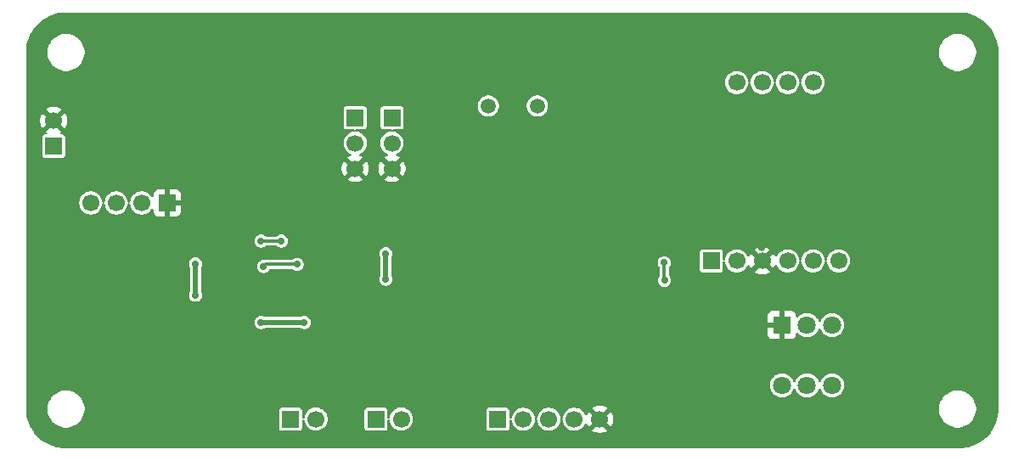
<source format=gbr>
%TF.GenerationSoftware,KiCad,Pcbnew,9.0.2*%
%TF.CreationDate,2025-07-28T19:38:59-05:00*%
%TF.ProjectId,balance_bot,62616c61-6e63-4655-9f62-6f742e6b6963,rev?*%
%TF.SameCoordinates,Original*%
%TF.FileFunction,Copper,L2,Bot*%
%TF.FilePolarity,Positive*%
%FSLAX46Y46*%
G04 Gerber Fmt 4.6, Leading zero omitted, Abs format (unit mm)*
G04 Created by KiCad (PCBNEW 9.0.2) date 2025-07-28 19:38:59*
%MOMM*%
%LPD*%
G01*
G04 APERTURE LIST*
%TA.AperFunction,ComponentPad*%
%ADD10R,1.700000X1.700000*%
%TD*%
%TA.AperFunction,ComponentPad*%
%ADD11C,1.700000*%
%TD*%
%TA.AperFunction,ComponentPad*%
%ADD12R,1.800000X1.800000*%
%TD*%
%TA.AperFunction,ComponentPad*%
%ADD13C,1.800000*%
%TD*%
%TA.AperFunction,ComponentPad*%
%ADD14C,1.500000*%
%TD*%
%TA.AperFunction,ViaPad*%
%ADD15C,0.800000*%
%TD*%
%TA.AperFunction,ViaPad*%
%ADD16C,0.700000*%
%TD*%
%TA.AperFunction,Conductor*%
%ADD17C,0.300000*%
%TD*%
%TA.AperFunction,Conductor*%
%ADD18C,0.500000*%
%TD*%
G04 APERTURE END LIST*
D10*
%TO.P,J5,1,Pin_1*%
%TO.N,Net-(J5-Pin_1)*%
X134894000Y-116561000D03*
D11*
%TO.P,J5,2,Pin_2*%
%TO.N,Net-(J5-Pin_2)*%
X137434000Y-116561000D03*
%TD*%
D10*
%TO.P,J4,1,Pin_1*%
%TO.N,/V+*%
X102768400Y-89336800D03*
D11*
%TO.P,J4,2,Pin_2*%
%TO.N,GND*%
X102768400Y-86796800D03*
%TD*%
D10*
%TO.P,J2,1,Pin_1*%
%TO.N,/ENCODER_A*%
X136500000Y-86500000D03*
D11*
%TO.P,J2,2,Pin_2*%
%TO.N,+3.3V*%
X136500000Y-89040000D03*
%TO.P,J2,3,Pin_3*%
%TO.N,GND*%
X136500000Y-91580000D03*
%TD*%
D10*
%TO.P,J6,1,Pin_1*%
%TO.N,Net-(J6-Pin_1)*%
X126394000Y-116561000D03*
D11*
%TO.P,J6,2,Pin_2*%
%TO.N,Net-(J6-Pin_2)*%
X128934000Y-116561000D03*
%TD*%
D12*
%TO.P,SW1,1,1*%
%TO.N,GND*%
X175390800Y-107188000D03*
D13*
%TO.P,SW1,2,2*%
%TO.N,/NRST*%
X177890800Y-107188000D03*
%TO.P,SW1,3*%
%TO.N,N/C*%
X180390800Y-107188000D03*
%TO.P,SW1,4*%
X175390800Y-113188000D03*
%TO.P,SW1,5*%
X177890800Y-113188000D03*
%TO.P,SW1,6*%
X180390800Y-113188000D03*
%TD*%
D10*
%TO.P,J1,1,Pin_1*%
%TO.N,/ENCODER_B*%
X132842000Y-86500000D03*
D11*
%TO.P,J1,2,Pin_2*%
%TO.N,+3.3V*%
X132842000Y-89040000D03*
%TO.P,J1,3,Pin_3*%
%TO.N,GND*%
X132842000Y-91580000D03*
%TD*%
D10*
%TO.P,U5,1,VIN*%
%TO.N,+3.3V*%
X168340000Y-100780000D03*
D11*
%TO.P,U5,2,3VO*%
%TO.N,unconnected-(U5-3VO-Pad2)*%
X170880000Y-100780000D03*
%TO.P,U5,3,GND*%
%TO.N,GND*%
X173420000Y-100780000D03*
%TO.P,U5,4,SDA*%
%TO.N,/I2C1_SDA*%
X175960000Y-100780000D03*
%TO.P,U5,5,SCL*%
%TO.N,/I2C1_SCL*%
X178500000Y-100780000D03*
%TO.P,U5,6,RST*%
%TO.N,unconnected-(U5-RST-Pad6)*%
X181040000Y-100780000D03*
%TO.P,U5,7,INT*%
%TO.N,unconnected-(U5-INT-Pad7)*%
X178500000Y-83000000D03*
%TO.P,U5,8,ADDR*%
%TO.N,unconnected-(U5-ADDR-Pad8)*%
X175960000Y-83000000D03*
%TO.P,U5,9,PS1*%
%TO.N,unconnected-(U5-PS1-Pad9)*%
X173420000Y-83000000D03*
%TO.P,U5,10,PS0*%
%TO.N,unconnected-(U5-PS0-Pad10)*%
X170880000Y-83000000D03*
%TD*%
D10*
%TO.P,U2,1,GND*%
%TO.N,GND*%
X114080000Y-95000000D03*
D11*
%TO.P,U2,2,5V*%
%TO.N,+5V*%
X111540000Y-95000000D03*
%TO.P,U2,3,VIN*%
%TO.N,/VIN*%
X109000000Y-95000000D03*
%TO.P,U2,4,EN*%
X106460000Y-95000000D03*
%TD*%
D14*
%TO.P,Y1,1,1*%
%TO.N,/HSE_IN*%
X151000000Y-85340000D03*
%TO.P,Y1,2,2*%
%TO.N,/HSE_OUT*%
X146120000Y-85340000D03*
%TD*%
D10*
%TO.P,J3,1,Pin_1*%
%TO.N,+3.3V*%
X147066000Y-116586000D03*
D11*
%TO.P,J3,2,Pin_2*%
%TO.N,/SWDIO*%
X149606000Y-116586000D03*
%TO.P,J3,3,Pin_3*%
%TO.N,/NRST*%
X152146000Y-116586000D03*
%TO.P,J3,4,Pin_4*%
%TO.N,/SWCLK*%
X154686000Y-116586000D03*
%TO.P,J3,5,Pin_5*%
%TO.N,GND*%
X157226000Y-116586000D03*
%TD*%
D15*
%TO.N,GND*%
X173380400Y-99415600D03*
X112877600Y-97205800D03*
X118059200Y-95580200D03*
D16*
X132334000Y-102108000D03*
X142748000Y-106172000D03*
X121920000Y-97131500D03*
X130810000Y-105410000D03*
X168808400Y-111226600D03*
X150622000Y-103886000D03*
X144272000Y-88646000D03*
X111810800Y-89763600D03*
X130810000Y-102108000D03*
X138938000Y-91694000D03*
X144018000Y-102870000D03*
X111810800Y-86918800D03*
X158750000Y-114808000D03*
X156210000Y-94234000D03*
X158496000Y-103886000D03*
X165176200Y-108915200D03*
X111810800Y-88519000D03*
X126492000Y-87376000D03*
X160528000Y-98806000D03*
X149606000Y-91186000D03*
X111810800Y-91008200D03*
%TO.N,+3.3V*%
X116916200Y-104216200D03*
X116916200Y-101092000D03*
X163677600Y-102731800D03*
X163652200Y-100965000D03*
%TO.N,+5V*%
X127762000Y-106934000D03*
X135890000Y-100076000D03*
X135890000Y-102616000D03*
X123444000Y-106934000D03*
%TO.N,Net-(U4-AISEN)*%
X123444000Y-98806000D03*
X125476000Y-98806000D03*
%TO.N,Net-(U4-BISEN)*%
X123698000Y-101346000D03*
X127047275Y-101139275D03*
%TD*%
D17*
%TO.N,+3.3V*%
X163652200Y-102706400D02*
X163677600Y-102731800D01*
D18*
X116916200Y-101092000D02*
X116916200Y-104216200D01*
D17*
X163652200Y-100965000D02*
X163652200Y-102706400D01*
D18*
%TO.N,+5V*%
X135890000Y-102616000D02*
X135890000Y-100076000D01*
X123444000Y-106934000D02*
X127762000Y-106934000D01*
D17*
%TO.N,Net-(U4-AISEN)*%
X123444000Y-98806000D02*
X125476000Y-98806000D01*
%TO.N,Net-(U4-BISEN)*%
X127047275Y-101139275D02*
X123904725Y-101139275D01*
X123904725Y-101139275D02*
X123698000Y-101346000D01*
%TD*%
%TA.AperFunction,Conductor*%
%TO.N,GND*%
G36*
X193002855Y-76000632D02*
G01*
X193363310Y-76017296D01*
X193374700Y-76018352D01*
X193729238Y-76067808D01*
X193740482Y-76069910D01*
X194088944Y-76151867D01*
X194099934Y-76154994D01*
X194439368Y-76268761D01*
X194450022Y-76272889D01*
X194777488Y-76417479D01*
X194787735Y-76422581D01*
X195100452Y-76596765D01*
X195110190Y-76602794D01*
X195405512Y-76805093D01*
X195414652Y-76811996D01*
X195690035Y-77040671D01*
X195698499Y-77048387D01*
X195951612Y-77301500D01*
X195959328Y-77309964D01*
X196188003Y-77585347D01*
X196194906Y-77594487D01*
X196397205Y-77889809D01*
X196403234Y-77899547D01*
X196577418Y-78212264D01*
X196582523Y-78222517D01*
X196686528Y-78458067D01*
X196727105Y-78549964D01*
X196731243Y-78560644D01*
X196845001Y-78900052D01*
X196848135Y-78911068D01*
X196930087Y-79259509D01*
X196932192Y-79270768D01*
X196981646Y-79625292D01*
X196982703Y-79636696D01*
X196999368Y-79997144D01*
X196999500Y-80002871D01*
X196999500Y-115497128D01*
X196999368Y-115502855D01*
X196982703Y-115863303D01*
X196981646Y-115874707D01*
X196932192Y-116229231D01*
X196930087Y-116240490D01*
X196848135Y-116588931D01*
X196845001Y-116599947D01*
X196731243Y-116939355D01*
X196727105Y-116950035D01*
X196582523Y-117277482D01*
X196577418Y-117287735D01*
X196403234Y-117600452D01*
X196397205Y-117610190D01*
X196194906Y-117905512D01*
X196188003Y-117914652D01*
X195959328Y-118190035D01*
X195951612Y-118198499D01*
X195698499Y-118451612D01*
X195690035Y-118459328D01*
X195414652Y-118688003D01*
X195405512Y-118694906D01*
X195110190Y-118897205D01*
X195100452Y-118903234D01*
X194787735Y-119077418D01*
X194777482Y-119082523D01*
X194450035Y-119227105D01*
X194439355Y-119231243D01*
X194099947Y-119345001D01*
X194088931Y-119348135D01*
X193740490Y-119430087D01*
X193729231Y-119432192D01*
X193374707Y-119481646D01*
X193363303Y-119482703D01*
X193002855Y-119499368D01*
X192997128Y-119499500D01*
X104002872Y-119499500D01*
X103997145Y-119499368D01*
X103636696Y-119482703D01*
X103625292Y-119481646D01*
X103270768Y-119432192D01*
X103259509Y-119430087D01*
X102911068Y-119348135D01*
X102900052Y-119345001D01*
X102560644Y-119231243D01*
X102549964Y-119227105D01*
X102222517Y-119082523D01*
X102212264Y-119077418D01*
X101899547Y-118903234D01*
X101889809Y-118897205D01*
X101594487Y-118694906D01*
X101585347Y-118688003D01*
X101309964Y-118459328D01*
X101301500Y-118451612D01*
X101048387Y-118198499D01*
X101040671Y-118190035D01*
X100811994Y-117914649D01*
X100805093Y-117905512D01*
X100602794Y-117610190D01*
X100596765Y-117600452D01*
X100449183Y-117335494D01*
X100422579Y-117287731D01*
X100417476Y-117277482D01*
X100378405Y-117188994D01*
X100272889Y-116950022D01*
X100268761Y-116939368D01*
X100154994Y-116599934D01*
X100151867Y-116588944D01*
X100069910Y-116240482D01*
X100067807Y-116229231D01*
X100057606Y-116156104D01*
X100018352Y-115874700D01*
X100017296Y-115863303D01*
X100014901Y-115811505D01*
X100000632Y-115502855D01*
X100000500Y-115497128D01*
X100000500Y-115438711D01*
X102149500Y-115438711D01*
X102149500Y-115681288D01*
X102181161Y-115921785D01*
X102243947Y-116156104D01*
X102310423Y-116316591D01*
X102336776Y-116380212D01*
X102458064Y-116590289D01*
X102458066Y-116590292D01*
X102458067Y-116590293D01*
X102605733Y-116782736D01*
X102605739Y-116782743D01*
X102777256Y-116954260D01*
X102777262Y-116954265D01*
X102969711Y-117101936D01*
X103179788Y-117223224D01*
X103403900Y-117316054D01*
X103638211Y-117378838D01*
X103818586Y-117402584D01*
X103878711Y-117410500D01*
X103878712Y-117410500D01*
X104121289Y-117410500D01*
X104169388Y-117404167D01*
X104361789Y-117378838D01*
X104596100Y-117316054D01*
X104820212Y-117223224D01*
X105030289Y-117101936D01*
X105222738Y-116954265D01*
X105394265Y-116782738D01*
X105541936Y-116590289D01*
X105663224Y-116380212D01*
X105756054Y-116156100D01*
X105818838Y-115921789D01*
X105850500Y-115681288D01*
X105850500Y-115666131D01*
X125243500Y-115666131D01*
X125243500Y-117455856D01*
X125243502Y-117455882D01*
X125246413Y-117480987D01*
X125246415Y-117480991D01*
X125291793Y-117583764D01*
X125291794Y-117583765D01*
X125371235Y-117663206D01*
X125474009Y-117708585D01*
X125499135Y-117711500D01*
X127288864Y-117711499D01*
X127288879Y-117711497D01*
X127288882Y-117711497D01*
X127313987Y-117708586D01*
X127313988Y-117708585D01*
X127313991Y-117708585D01*
X127416765Y-117663206D01*
X127496206Y-117583765D01*
X127541585Y-117480991D01*
X127544500Y-117455865D01*
X127544499Y-116718125D01*
X127564183Y-116651089D01*
X127616987Y-116605334D01*
X127686146Y-116595390D01*
X127749702Y-116624415D01*
X127787476Y-116683193D01*
X127790972Y-116698729D01*
X127811829Y-116830410D01*
X127867787Y-117002636D01*
X127867788Y-117002639D01*
X127950006Y-117163997D01*
X128056441Y-117310494D01*
X128056445Y-117310499D01*
X128184500Y-117438554D01*
X128184505Y-117438558D01*
X128312287Y-117531396D01*
X128331006Y-117544996D01*
X128407094Y-117583765D01*
X128492360Y-117627211D01*
X128492363Y-117627212D01*
X128569304Y-117652211D01*
X128664591Y-117683171D01*
X128747429Y-117696291D01*
X128843449Y-117711500D01*
X128843454Y-117711500D01*
X129024551Y-117711500D01*
X129111259Y-117697765D01*
X129203409Y-117683171D01*
X129375639Y-117627211D01*
X129536994Y-117544996D01*
X129683501Y-117438553D01*
X129811553Y-117310501D01*
X129917996Y-117163994D01*
X130000211Y-117002639D01*
X130056171Y-116830409D01*
X130070765Y-116738259D01*
X130084500Y-116651551D01*
X130084500Y-116470448D01*
X130068019Y-116366397D01*
X130056171Y-116291591D01*
X130016556Y-116169666D01*
X130000212Y-116119363D01*
X130000211Y-116119360D01*
X129971740Y-116063484D01*
X129917996Y-115958006D01*
X129860195Y-115878449D01*
X129811558Y-115811505D01*
X129811554Y-115811500D01*
X129683499Y-115683445D01*
X129683494Y-115683441D01*
X129659669Y-115666131D01*
X133743500Y-115666131D01*
X133743500Y-117455856D01*
X133743502Y-117455882D01*
X133746413Y-117480987D01*
X133746415Y-117480991D01*
X133791793Y-117583764D01*
X133791794Y-117583765D01*
X133871235Y-117663206D01*
X133974009Y-117708585D01*
X133999135Y-117711500D01*
X135788864Y-117711499D01*
X135788879Y-117711497D01*
X135788882Y-117711497D01*
X135813987Y-117708586D01*
X135813988Y-117708585D01*
X135813991Y-117708585D01*
X135916765Y-117663206D01*
X135996206Y-117583765D01*
X136041585Y-117480991D01*
X136044500Y-117455865D01*
X136044499Y-116718125D01*
X136064183Y-116651089D01*
X136116987Y-116605334D01*
X136186146Y-116595390D01*
X136249702Y-116624415D01*
X136287476Y-116683193D01*
X136290972Y-116698729D01*
X136311829Y-116830410D01*
X136367787Y-117002636D01*
X136367788Y-117002639D01*
X136450006Y-117163997D01*
X136556441Y-117310494D01*
X136556445Y-117310499D01*
X136684500Y-117438554D01*
X136684505Y-117438558D01*
X136812287Y-117531396D01*
X136831006Y-117544996D01*
X136907094Y-117583765D01*
X136992360Y-117627211D01*
X136992363Y-117627212D01*
X137069304Y-117652211D01*
X137164591Y-117683171D01*
X137247429Y-117696291D01*
X137343449Y-117711500D01*
X137343454Y-117711500D01*
X137524551Y-117711500D01*
X137611259Y-117697765D01*
X137703409Y-117683171D01*
X137875639Y-117627211D01*
X138036994Y-117544996D01*
X138183501Y-117438553D01*
X138311553Y-117310501D01*
X138417996Y-117163994D01*
X138500211Y-117002639D01*
X138556171Y-116830409D01*
X138570765Y-116738259D01*
X138584500Y-116651551D01*
X138584500Y-116470448D01*
X138568019Y-116366397D01*
X138556171Y-116291591D01*
X138516556Y-116169666D01*
X138500212Y-116119363D01*
X138500211Y-116119360D01*
X138471740Y-116063484D01*
X138417996Y-115958006D01*
X138360195Y-115878449D01*
X138311558Y-115811505D01*
X138311554Y-115811500D01*
X138191185Y-115691131D01*
X145915500Y-115691131D01*
X145915500Y-117480856D01*
X145915502Y-117480882D01*
X145918413Y-117505987D01*
X145918415Y-117505991D01*
X145963793Y-117608764D01*
X145963794Y-117608765D01*
X146043235Y-117688206D01*
X146146009Y-117733585D01*
X146171135Y-117736500D01*
X147960864Y-117736499D01*
X147960879Y-117736497D01*
X147960882Y-117736497D01*
X147985987Y-117733586D01*
X147985988Y-117733585D01*
X147985991Y-117733585D01*
X148088765Y-117688206D01*
X148168206Y-117608765D01*
X148213585Y-117505991D01*
X148216500Y-117480865D01*
X148216499Y-116743125D01*
X148236183Y-116676089D01*
X148288987Y-116630334D01*
X148358146Y-116620390D01*
X148421702Y-116649415D01*
X148459476Y-116708193D01*
X148462972Y-116723729D01*
X148483829Y-116855410D01*
X148539787Y-117027636D01*
X148539788Y-117027639D01*
X148595664Y-117137300D01*
X148609267Y-117163997D01*
X148622006Y-117188997D01*
X148728441Y-117335494D01*
X148728445Y-117335499D01*
X148856500Y-117463554D01*
X148856505Y-117463558D01*
X148968592Y-117544993D01*
X149003006Y-117569996D01*
X149079094Y-117608765D01*
X149164360Y-117652211D01*
X149164363Y-117652212D01*
X149250476Y-117680191D01*
X149336591Y-117708171D01*
X149419429Y-117721291D01*
X149515449Y-117736500D01*
X149515454Y-117736500D01*
X149696551Y-117736500D01*
X149783259Y-117722765D01*
X149875409Y-117708171D01*
X150047639Y-117652211D01*
X150208994Y-117569996D01*
X150355501Y-117463553D01*
X150483553Y-117335501D01*
X150589996Y-117188994D01*
X150672211Y-117027639D01*
X150728171Y-116855409D01*
X150742422Y-116765425D01*
X150753527Y-116695321D01*
X150783456Y-116632186D01*
X150842768Y-116595255D01*
X150912630Y-116596253D01*
X150970863Y-116634863D01*
X150998473Y-116695321D01*
X151023829Y-116855410D01*
X151079787Y-117027636D01*
X151079788Y-117027639D01*
X151135664Y-117137300D01*
X151149267Y-117163997D01*
X151162006Y-117188997D01*
X151268441Y-117335494D01*
X151268445Y-117335499D01*
X151396500Y-117463554D01*
X151396505Y-117463558D01*
X151508592Y-117544993D01*
X151543006Y-117569996D01*
X151619094Y-117608765D01*
X151704360Y-117652211D01*
X151704363Y-117652212D01*
X151790476Y-117680191D01*
X151876591Y-117708171D01*
X151959429Y-117721291D01*
X152055449Y-117736500D01*
X152055454Y-117736500D01*
X152236551Y-117736500D01*
X152323259Y-117722765D01*
X152415409Y-117708171D01*
X152587639Y-117652211D01*
X152748994Y-117569996D01*
X152895501Y-117463553D01*
X153023553Y-117335501D01*
X153129996Y-117188994D01*
X153212211Y-117027639D01*
X153268171Y-116855409D01*
X153282422Y-116765425D01*
X153293527Y-116695321D01*
X153323456Y-116632186D01*
X153382768Y-116595255D01*
X153452630Y-116596253D01*
X153510863Y-116634863D01*
X153538473Y-116695321D01*
X153563829Y-116855410D01*
X153619787Y-117027636D01*
X153619788Y-117027639D01*
X153675664Y-117137300D01*
X153689267Y-117163997D01*
X153702006Y-117188997D01*
X153808441Y-117335494D01*
X153808445Y-117335499D01*
X153936500Y-117463554D01*
X153936505Y-117463558D01*
X154048592Y-117544993D01*
X154083006Y-117569996D01*
X154159094Y-117608765D01*
X154244360Y-117652211D01*
X154244363Y-117652212D01*
X154330476Y-117680191D01*
X154416591Y-117708171D01*
X154499429Y-117721291D01*
X154595449Y-117736500D01*
X154595454Y-117736500D01*
X154776551Y-117736500D01*
X154863259Y-117722765D01*
X154955409Y-117708171D01*
X155127639Y-117652211D01*
X155288994Y-117569996D01*
X155411500Y-117480991D01*
X155435495Y-117463558D01*
X155435497Y-117463555D01*
X155435501Y-117463553D01*
X155563553Y-117335501D01*
X155669996Y-117188994D01*
X155737090Y-117057314D01*
X155785065Y-117006519D01*
X155852886Y-116989724D01*
X155919021Y-117012262D01*
X155962472Y-117066977D01*
X155965506Y-117075292D01*
X155974904Y-117104217D01*
X156071375Y-117293550D01*
X156110728Y-117347716D01*
X156743037Y-116715408D01*
X156760075Y-116778993D01*
X156825901Y-116893007D01*
X156918993Y-116986099D01*
X157033007Y-117051925D01*
X157096590Y-117068962D01*
X156464282Y-117701269D01*
X156464282Y-117701270D01*
X156518449Y-117740624D01*
X156707782Y-117837095D01*
X156909870Y-117902757D01*
X157119754Y-117936000D01*
X157332246Y-117936000D01*
X157542127Y-117902757D01*
X157542130Y-117902757D01*
X157744217Y-117837095D01*
X157933554Y-117740622D01*
X157987716Y-117701270D01*
X157987717Y-117701270D01*
X157355408Y-117068962D01*
X157418993Y-117051925D01*
X157533007Y-116986099D01*
X157626099Y-116893007D01*
X157691925Y-116778993D01*
X157708962Y-116715409D01*
X158341270Y-117347717D01*
X158341270Y-117347716D01*
X158380622Y-117293554D01*
X158477095Y-117104217D01*
X158542757Y-116902130D01*
X158542757Y-116902127D01*
X158576000Y-116692246D01*
X158576000Y-116479753D01*
X158542757Y-116269872D01*
X158542757Y-116269869D01*
X158477095Y-116067782D01*
X158380624Y-115878449D01*
X158341270Y-115824282D01*
X158341269Y-115824282D01*
X157708962Y-116456590D01*
X157691925Y-116393007D01*
X157626099Y-116278993D01*
X157533007Y-116185901D01*
X157418993Y-116120075D01*
X157355409Y-116103037D01*
X157987716Y-115470728D01*
X157943647Y-115438711D01*
X191049500Y-115438711D01*
X191049500Y-115681288D01*
X191081161Y-115921785D01*
X191143947Y-116156104D01*
X191210423Y-116316591D01*
X191236776Y-116380212D01*
X191358064Y-116590289D01*
X191358066Y-116590292D01*
X191358067Y-116590293D01*
X191505733Y-116782736D01*
X191505739Y-116782743D01*
X191677256Y-116954260D01*
X191677262Y-116954265D01*
X191869711Y-117101936D01*
X192079788Y-117223224D01*
X192303900Y-117316054D01*
X192538211Y-117378838D01*
X192718586Y-117402584D01*
X192778711Y-117410500D01*
X192778712Y-117410500D01*
X193021289Y-117410500D01*
X193069388Y-117404167D01*
X193261789Y-117378838D01*
X193496100Y-117316054D01*
X193720212Y-117223224D01*
X193930289Y-117101936D01*
X194122738Y-116954265D01*
X194294265Y-116782738D01*
X194441936Y-116590289D01*
X194563224Y-116380212D01*
X194656054Y-116156100D01*
X194718838Y-115921789D01*
X194750500Y-115681288D01*
X194750500Y-115438712D01*
X194750077Y-115435502D01*
X194718838Y-115198214D01*
X194718838Y-115198211D01*
X194656054Y-114963900D01*
X194563224Y-114739788D01*
X194441936Y-114529711D01*
X194294265Y-114337262D01*
X194294260Y-114337256D01*
X194122743Y-114165739D01*
X194122736Y-114165733D01*
X193930293Y-114018067D01*
X193930292Y-114018066D01*
X193930289Y-114018064D01*
X193720212Y-113896776D01*
X193720205Y-113896773D01*
X193496104Y-113803947D01*
X193261785Y-113741161D01*
X193021289Y-113709500D01*
X193021288Y-113709500D01*
X192778712Y-113709500D01*
X192778711Y-113709500D01*
X192538214Y-113741161D01*
X192303895Y-113803947D01*
X192079794Y-113896773D01*
X192079785Y-113896777D01*
X191869706Y-114018067D01*
X191677263Y-114165733D01*
X191677256Y-114165739D01*
X191505739Y-114337256D01*
X191505733Y-114337263D01*
X191358067Y-114529706D01*
X191236777Y-114739785D01*
X191236773Y-114739794D01*
X191143947Y-114963895D01*
X191081161Y-115198214D01*
X191049500Y-115438711D01*
X157943647Y-115438711D01*
X157933550Y-115431375D01*
X157744217Y-115334904D01*
X157542129Y-115269242D01*
X157332246Y-115236000D01*
X157119754Y-115236000D01*
X156909872Y-115269242D01*
X156909869Y-115269242D01*
X156707782Y-115334904D01*
X156518439Y-115431380D01*
X156464282Y-115470727D01*
X156464282Y-115470728D01*
X157096591Y-116103037D01*
X157033007Y-116120075D01*
X156918993Y-116185901D01*
X156825901Y-116278993D01*
X156760075Y-116393007D01*
X156743037Y-116456591D01*
X156110728Y-115824282D01*
X156110727Y-115824282D01*
X156071380Y-115878439D01*
X155974905Y-116067781D01*
X155965506Y-116096708D01*
X155926068Y-116154383D01*
X155861709Y-116181581D01*
X155792862Y-116169666D01*
X155741387Y-116122421D01*
X155737090Y-116114684D01*
X155713191Y-116067781D01*
X155669996Y-115983006D01*
X155651830Y-115958002D01*
X155563558Y-115836505D01*
X155563554Y-115836500D01*
X155435499Y-115708445D01*
X155435494Y-115708441D01*
X155311432Y-115618305D01*
X155288996Y-115602005D01*
X155127639Y-115519788D01*
X155127636Y-115519787D01*
X154955410Y-115463829D01*
X154776551Y-115435500D01*
X154776546Y-115435500D01*
X154595454Y-115435500D01*
X154595449Y-115435500D01*
X154416589Y-115463829D01*
X154244363Y-115519787D01*
X154244360Y-115519788D01*
X154083002Y-115602006D01*
X153936505Y-115708441D01*
X153936500Y-115708445D01*
X153808445Y-115836500D01*
X153808441Y-115836505D01*
X153702006Y-115983002D01*
X153619788Y-116144360D01*
X153619787Y-116144363D01*
X153563829Y-116316589D01*
X153538473Y-116476678D01*
X153508544Y-116539813D01*
X153449232Y-116576744D01*
X153379369Y-116575746D01*
X153321137Y-116537136D01*
X153293527Y-116476678D01*
X153278248Y-116380214D01*
X153268171Y-116316591D01*
X153225708Y-116185901D01*
X153212212Y-116144363D01*
X153212211Y-116144360D01*
X153173191Y-116067781D01*
X153129996Y-115983006D01*
X153111830Y-115958002D01*
X153023558Y-115836505D01*
X153023554Y-115836500D01*
X152895499Y-115708445D01*
X152895494Y-115708441D01*
X152748997Y-115602006D01*
X152748996Y-115602005D01*
X152748994Y-115602004D01*
X152672906Y-115563235D01*
X152587639Y-115519788D01*
X152587636Y-115519787D01*
X152415410Y-115463829D01*
X152236551Y-115435500D01*
X152236546Y-115435500D01*
X152055454Y-115435500D01*
X152055449Y-115435500D01*
X151876589Y-115463829D01*
X151704363Y-115519787D01*
X151704360Y-115519788D01*
X151543002Y-115602006D01*
X151396505Y-115708441D01*
X151396500Y-115708445D01*
X151268445Y-115836500D01*
X151268441Y-115836505D01*
X151162006Y-115983002D01*
X151079788Y-116144360D01*
X151079787Y-116144363D01*
X151023829Y-116316589D01*
X150998473Y-116476678D01*
X150968544Y-116539813D01*
X150909232Y-116576744D01*
X150839369Y-116575746D01*
X150781137Y-116537136D01*
X150753527Y-116476678D01*
X150738248Y-116380214D01*
X150728171Y-116316591D01*
X150685708Y-116185901D01*
X150672212Y-116144363D01*
X150672211Y-116144360D01*
X150633191Y-116067781D01*
X150589996Y-115983006D01*
X150571830Y-115958002D01*
X150483558Y-115836505D01*
X150483554Y-115836500D01*
X150355499Y-115708445D01*
X150355494Y-115708441D01*
X150208997Y-115602006D01*
X150208996Y-115602005D01*
X150208994Y-115602004D01*
X150132906Y-115563235D01*
X150047639Y-115519788D01*
X150047636Y-115519787D01*
X149875410Y-115463829D01*
X149696551Y-115435500D01*
X149696546Y-115435500D01*
X149515454Y-115435500D01*
X149515449Y-115435500D01*
X149336589Y-115463829D01*
X149164363Y-115519787D01*
X149164360Y-115519788D01*
X149003002Y-115602006D01*
X148856505Y-115708441D01*
X148856500Y-115708445D01*
X148728445Y-115836500D01*
X148728441Y-115836505D01*
X148622006Y-115983002D01*
X148539788Y-116144360D01*
X148539787Y-116144363D01*
X148483829Y-116316589D01*
X148462972Y-116448271D01*
X148433042Y-116511405D01*
X148373731Y-116548336D01*
X148303868Y-116547338D01*
X148245636Y-116508728D01*
X148217522Y-116444764D01*
X148216499Y-116428872D01*
X148216499Y-115691143D01*
X148216499Y-115691136D01*
X148216497Y-115691117D01*
X148213586Y-115666012D01*
X148213585Y-115666010D01*
X148213585Y-115666009D01*
X148168206Y-115563235D01*
X148088765Y-115483794D01*
X148088763Y-115483793D01*
X147985992Y-115438415D01*
X147960865Y-115435500D01*
X146171143Y-115435500D01*
X146171117Y-115435502D01*
X146146012Y-115438413D01*
X146146008Y-115438415D01*
X146043235Y-115483793D01*
X145963794Y-115563234D01*
X145918415Y-115666006D01*
X145918415Y-115666008D01*
X145915500Y-115691131D01*
X138191185Y-115691131D01*
X138183499Y-115683445D01*
X138183494Y-115683441D01*
X138036997Y-115577006D01*
X138036996Y-115577005D01*
X138036994Y-115577004D01*
X137960906Y-115538235D01*
X137875639Y-115494788D01*
X137875636Y-115494787D01*
X137703410Y-115438829D01*
X137524551Y-115410500D01*
X137524546Y-115410500D01*
X137343454Y-115410500D01*
X137343449Y-115410500D01*
X137164589Y-115438829D01*
X136992363Y-115494787D01*
X136992360Y-115494788D01*
X136831002Y-115577006D01*
X136684505Y-115683441D01*
X136684500Y-115683445D01*
X136556445Y-115811500D01*
X136556441Y-115811505D01*
X136450006Y-115958002D01*
X136367788Y-116119360D01*
X136367787Y-116119363D01*
X136311829Y-116291589D01*
X136290972Y-116423271D01*
X136261042Y-116486405D01*
X136201731Y-116523336D01*
X136131868Y-116522338D01*
X136073636Y-116483728D01*
X136045522Y-116419764D01*
X136044499Y-116403872D01*
X136044499Y-115666143D01*
X136044499Y-115666136D01*
X136044484Y-115666006D01*
X136041586Y-115641012D01*
X136041585Y-115641010D01*
X136041585Y-115641009D01*
X135996206Y-115538235D01*
X135916765Y-115458794D01*
X135916763Y-115458793D01*
X135813992Y-115413415D01*
X135788865Y-115410500D01*
X133999143Y-115410500D01*
X133999117Y-115410502D01*
X133974012Y-115413413D01*
X133974008Y-115413415D01*
X133871235Y-115458793D01*
X133791794Y-115538234D01*
X133746415Y-115641006D01*
X133746415Y-115641008D01*
X133743500Y-115666131D01*
X129659669Y-115666131D01*
X129536997Y-115577006D01*
X129536996Y-115577005D01*
X129536994Y-115577004D01*
X129460906Y-115538235D01*
X129375639Y-115494788D01*
X129375636Y-115494787D01*
X129203410Y-115438829D01*
X129024551Y-115410500D01*
X129024546Y-115410500D01*
X128843454Y-115410500D01*
X128843449Y-115410500D01*
X128664589Y-115438829D01*
X128492363Y-115494787D01*
X128492360Y-115494788D01*
X128331002Y-115577006D01*
X128184505Y-115683441D01*
X128184500Y-115683445D01*
X128056445Y-115811500D01*
X128056441Y-115811505D01*
X127950006Y-115958002D01*
X127867788Y-116119360D01*
X127867787Y-116119363D01*
X127811829Y-116291589D01*
X127790972Y-116423271D01*
X127761042Y-116486405D01*
X127701731Y-116523336D01*
X127631868Y-116522338D01*
X127573636Y-116483728D01*
X127545522Y-116419764D01*
X127544499Y-116403872D01*
X127544499Y-115666143D01*
X127544499Y-115666136D01*
X127544484Y-115666006D01*
X127541586Y-115641012D01*
X127541585Y-115641010D01*
X127541585Y-115641009D01*
X127496206Y-115538235D01*
X127416765Y-115458794D01*
X127416763Y-115458793D01*
X127313992Y-115413415D01*
X127288865Y-115410500D01*
X125499143Y-115410500D01*
X125499117Y-115410502D01*
X125474012Y-115413413D01*
X125474008Y-115413415D01*
X125371235Y-115458793D01*
X125291794Y-115538234D01*
X125246415Y-115641006D01*
X125246415Y-115641008D01*
X125243500Y-115666131D01*
X105850500Y-115666131D01*
X105850500Y-115438712D01*
X105850077Y-115435502D01*
X105818838Y-115198214D01*
X105818838Y-115198211D01*
X105756054Y-114963900D01*
X105663224Y-114739788D01*
X105541936Y-114529711D01*
X105394265Y-114337262D01*
X105394260Y-114337256D01*
X105222743Y-114165739D01*
X105222736Y-114165733D01*
X105030293Y-114018067D01*
X105030292Y-114018066D01*
X105030289Y-114018064D01*
X104820212Y-113896776D01*
X104820205Y-113896773D01*
X104596104Y-113803947D01*
X104361785Y-113741161D01*
X104121289Y-113709500D01*
X104121288Y-113709500D01*
X103878712Y-113709500D01*
X103878711Y-113709500D01*
X103638214Y-113741161D01*
X103403895Y-113803947D01*
X103179794Y-113896773D01*
X103179785Y-113896777D01*
X102969706Y-114018067D01*
X102777263Y-114165733D01*
X102777256Y-114165739D01*
X102605739Y-114337256D01*
X102605733Y-114337263D01*
X102458067Y-114529706D01*
X102336777Y-114739785D01*
X102336773Y-114739794D01*
X102243947Y-114963895D01*
X102181161Y-115198214D01*
X102149500Y-115438711D01*
X100000500Y-115438711D01*
X100000500Y-113093513D01*
X174190300Y-113093513D01*
X174190300Y-113282486D01*
X174219859Y-113469118D01*
X174278254Y-113648836D01*
X174325297Y-113741162D01*
X174364040Y-113817199D01*
X174475110Y-113970073D01*
X174608727Y-114103690D01*
X174761601Y-114214760D01*
X174841147Y-114255290D01*
X174929963Y-114300545D01*
X174929965Y-114300545D01*
X174929968Y-114300547D01*
X175026297Y-114331846D01*
X175109681Y-114358940D01*
X175296314Y-114388500D01*
X175296319Y-114388500D01*
X175485286Y-114388500D01*
X175671918Y-114358940D01*
X175851632Y-114300547D01*
X176019999Y-114214760D01*
X176172873Y-114103690D01*
X176306490Y-113970073D01*
X176417560Y-113817199D01*
X176503347Y-113648832D01*
X176522869Y-113588748D01*
X176562307Y-113531073D01*
X176626665Y-113503875D01*
X176695512Y-113515790D01*
X176746987Y-113563034D01*
X176758730Y-113588746D01*
X176778253Y-113648832D01*
X176864040Y-113817199D01*
X176975110Y-113970073D01*
X177108727Y-114103690D01*
X177261601Y-114214760D01*
X177341147Y-114255290D01*
X177429963Y-114300545D01*
X177429965Y-114300545D01*
X177429968Y-114300547D01*
X177526297Y-114331846D01*
X177609681Y-114358940D01*
X177796314Y-114388500D01*
X177796319Y-114388500D01*
X177985286Y-114388500D01*
X178171918Y-114358940D01*
X178351632Y-114300547D01*
X178519999Y-114214760D01*
X178672873Y-114103690D01*
X178806490Y-113970073D01*
X178917560Y-113817199D01*
X179003347Y-113648832D01*
X179022869Y-113588748D01*
X179062307Y-113531073D01*
X179126665Y-113503875D01*
X179195512Y-113515790D01*
X179246987Y-113563034D01*
X179258730Y-113588746D01*
X179278253Y-113648832D01*
X179364040Y-113817199D01*
X179475110Y-113970073D01*
X179608727Y-114103690D01*
X179761601Y-114214760D01*
X179841147Y-114255290D01*
X179929963Y-114300545D01*
X179929965Y-114300545D01*
X179929968Y-114300547D01*
X180026297Y-114331846D01*
X180109681Y-114358940D01*
X180296314Y-114388500D01*
X180296319Y-114388500D01*
X180485286Y-114388500D01*
X180671918Y-114358940D01*
X180851632Y-114300547D01*
X181019999Y-114214760D01*
X181172873Y-114103690D01*
X181306490Y-113970073D01*
X181417560Y-113817199D01*
X181503347Y-113648832D01*
X181561740Y-113469118D01*
X181591300Y-113282486D01*
X181591300Y-113093513D01*
X181561740Y-112906881D01*
X181503345Y-112727163D01*
X181417559Y-112558800D01*
X181306490Y-112405927D01*
X181172873Y-112272310D01*
X181019999Y-112161240D01*
X180851636Y-112075454D01*
X180671918Y-112017059D01*
X180485286Y-111987500D01*
X180485281Y-111987500D01*
X180296319Y-111987500D01*
X180296314Y-111987500D01*
X180109681Y-112017059D01*
X179929963Y-112075454D01*
X179761600Y-112161240D01*
X179674379Y-112224610D01*
X179608727Y-112272310D01*
X179608725Y-112272312D01*
X179608724Y-112272312D01*
X179475112Y-112405924D01*
X179475112Y-112405925D01*
X179475110Y-112405927D01*
X179427410Y-112471579D01*
X179364040Y-112558800D01*
X179278254Y-112727163D01*
X179258731Y-112787251D01*
X179219293Y-112844926D01*
X179154934Y-112872124D01*
X179086088Y-112860209D01*
X179034612Y-112812965D01*
X179022869Y-112787251D01*
X179003345Y-112727163D01*
X178917559Y-112558800D01*
X178806490Y-112405927D01*
X178672873Y-112272310D01*
X178519999Y-112161240D01*
X178351636Y-112075454D01*
X178171918Y-112017059D01*
X177985286Y-111987500D01*
X177985281Y-111987500D01*
X177796319Y-111987500D01*
X177796314Y-111987500D01*
X177609681Y-112017059D01*
X177429963Y-112075454D01*
X177261600Y-112161240D01*
X177174379Y-112224610D01*
X177108727Y-112272310D01*
X177108725Y-112272312D01*
X177108724Y-112272312D01*
X176975112Y-112405924D01*
X176975112Y-112405925D01*
X176975110Y-112405927D01*
X176927410Y-112471579D01*
X176864040Y-112558800D01*
X176778254Y-112727163D01*
X176758731Y-112787251D01*
X176719293Y-112844926D01*
X176654934Y-112872124D01*
X176586088Y-112860209D01*
X176534612Y-112812965D01*
X176522869Y-112787251D01*
X176503345Y-112727163D01*
X176417559Y-112558800D01*
X176306490Y-112405927D01*
X176172873Y-112272310D01*
X176019999Y-112161240D01*
X175851636Y-112075454D01*
X175671918Y-112017059D01*
X175485286Y-111987500D01*
X175485281Y-111987500D01*
X175296319Y-111987500D01*
X175296314Y-111987500D01*
X175109681Y-112017059D01*
X174929963Y-112075454D01*
X174761600Y-112161240D01*
X174674379Y-112224610D01*
X174608727Y-112272310D01*
X174608725Y-112272312D01*
X174608724Y-112272312D01*
X174475112Y-112405924D01*
X174475112Y-112405925D01*
X174475110Y-112405927D01*
X174427410Y-112471579D01*
X174364040Y-112558800D01*
X174278254Y-112727163D01*
X174219859Y-112906881D01*
X174190300Y-113093513D01*
X100000500Y-113093513D01*
X100000500Y-106998071D01*
X122793499Y-106998071D01*
X122818497Y-107123738D01*
X122818499Y-107123744D01*
X122867533Y-107242124D01*
X122867538Y-107242133D01*
X122938723Y-107348668D01*
X122938726Y-107348672D01*
X123029327Y-107439273D01*
X123029331Y-107439276D01*
X123135866Y-107510461D01*
X123135875Y-107510466D01*
X123162692Y-107521574D01*
X123254256Y-107559501D01*
X123254260Y-107559501D01*
X123254261Y-107559502D01*
X123379928Y-107584500D01*
X123379931Y-107584500D01*
X123508071Y-107584500D01*
X123592615Y-107567682D01*
X123633744Y-107559501D01*
X123752127Y-107510465D01*
X123759712Y-107505396D01*
X123826389Y-107484520D01*
X123828601Y-107484500D01*
X127377399Y-107484500D01*
X127444438Y-107504185D01*
X127446252Y-107505373D01*
X127453873Y-107510465D01*
X127572256Y-107559501D01*
X127572260Y-107559501D01*
X127572261Y-107559502D01*
X127697928Y-107584500D01*
X127697931Y-107584500D01*
X127826071Y-107584500D01*
X127910615Y-107567682D01*
X127951744Y-107559501D01*
X128070127Y-107510465D01*
X128176669Y-107439276D01*
X128267276Y-107348669D01*
X128278112Y-107332450D01*
X128287938Y-107317747D01*
X128338461Y-107242133D01*
X128338461Y-107242132D01*
X128338465Y-107242127D01*
X128387501Y-107123744D01*
X128412500Y-106998069D01*
X128412500Y-106869931D01*
X128412500Y-106869928D01*
X128387502Y-106744261D01*
X128387501Y-106744260D01*
X128387501Y-106744256D01*
X128338465Y-106625873D01*
X128338464Y-106625872D01*
X128338461Y-106625866D01*
X128267276Y-106519331D01*
X128267273Y-106519327D01*
X128176672Y-106428726D01*
X128176668Y-106428723D01*
X128070133Y-106357538D01*
X128070120Y-106357531D01*
X128055346Y-106351412D01*
X128055345Y-106351412D01*
X127951744Y-106308499D01*
X127951738Y-106308497D01*
X127826071Y-106283500D01*
X127826069Y-106283500D01*
X127697931Y-106283500D01*
X127697929Y-106283500D01*
X127572261Y-106308497D01*
X127572255Y-106308499D01*
X127453876Y-106357533D01*
X127453873Y-106357534D01*
X127453873Y-106357535D01*
X127446287Y-106362603D01*
X127379611Y-106383480D01*
X127377399Y-106383500D01*
X123828601Y-106383500D01*
X123761562Y-106363815D01*
X123759747Y-106362626D01*
X123752127Y-106357535D01*
X123752124Y-106357533D01*
X123752123Y-106357533D01*
X123633744Y-106308499D01*
X123633738Y-106308497D01*
X123508071Y-106283500D01*
X123508069Y-106283500D01*
X123379931Y-106283500D01*
X123379929Y-106283500D01*
X123254261Y-106308497D01*
X123254255Y-106308499D01*
X123135875Y-106357533D01*
X123135866Y-106357538D01*
X123029331Y-106428723D01*
X123029327Y-106428726D01*
X122938726Y-106519327D01*
X122938723Y-106519331D01*
X122867538Y-106625866D01*
X122867533Y-106625875D01*
X122818499Y-106744255D01*
X122818497Y-106744261D01*
X122793500Y-106869928D01*
X122793500Y-106869931D01*
X122793500Y-106998069D01*
X122793500Y-106998071D01*
X122793499Y-106998071D01*
X100000500Y-106998071D01*
X100000500Y-106240155D01*
X173990800Y-106240155D01*
X173990800Y-106938000D01*
X175015522Y-106938000D01*
X174971467Y-107014306D01*
X174940800Y-107128756D01*
X174940800Y-107247244D01*
X174971467Y-107361694D01*
X175015522Y-107438000D01*
X173990800Y-107438000D01*
X173990800Y-108135844D01*
X173997201Y-108195372D01*
X173997203Y-108195379D01*
X174047445Y-108330086D01*
X174047449Y-108330093D01*
X174133609Y-108445187D01*
X174133612Y-108445190D01*
X174248706Y-108531350D01*
X174248713Y-108531354D01*
X174383420Y-108581596D01*
X174383427Y-108581598D01*
X174442955Y-108587999D01*
X174442972Y-108588000D01*
X175140800Y-108588000D01*
X175140800Y-107563277D01*
X175217106Y-107607333D01*
X175331556Y-107638000D01*
X175450044Y-107638000D01*
X175564494Y-107607333D01*
X175640800Y-107563277D01*
X175640800Y-108588000D01*
X176338628Y-108588000D01*
X176338644Y-108587999D01*
X176398172Y-108581598D01*
X176398179Y-108581596D01*
X176532886Y-108531354D01*
X176532893Y-108531350D01*
X176647987Y-108445190D01*
X176647990Y-108445187D01*
X176734150Y-108330093D01*
X176734154Y-108330086D01*
X176784396Y-108195379D01*
X176784398Y-108195372D01*
X176790799Y-108135844D01*
X176790800Y-108135827D01*
X176790800Y-108085125D01*
X176810485Y-108018086D01*
X176863289Y-107972331D01*
X176932447Y-107962387D01*
X176996003Y-107991412D01*
X177002481Y-107997444D01*
X177108727Y-108103690D01*
X177261601Y-108214760D01*
X177341147Y-108255290D01*
X177429963Y-108300545D01*
X177429965Y-108300545D01*
X177429968Y-108300547D01*
X177520879Y-108330086D01*
X177609681Y-108358940D01*
X177796314Y-108388500D01*
X177796319Y-108388500D01*
X177985286Y-108388500D01*
X178171918Y-108358940D01*
X178351632Y-108300547D01*
X178519999Y-108214760D01*
X178672873Y-108103690D01*
X178806490Y-107970073D01*
X178917560Y-107817199D01*
X179003347Y-107648832D01*
X179022869Y-107588748D01*
X179062307Y-107531073D01*
X179126665Y-107503875D01*
X179195512Y-107515790D01*
X179246987Y-107563034D01*
X179258730Y-107588746D01*
X179278253Y-107648832D01*
X179364040Y-107817199D01*
X179475110Y-107970073D01*
X179608727Y-108103690D01*
X179761601Y-108214760D01*
X179841147Y-108255290D01*
X179929963Y-108300545D01*
X179929965Y-108300545D01*
X179929968Y-108300547D01*
X180020879Y-108330086D01*
X180109681Y-108358940D01*
X180296314Y-108388500D01*
X180296319Y-108388500D01*
X180485286Y-108388500D01*
X180671918Y-108358940D01*
X180851632Y-108300547D01*
X181019999Y-108214760D01*
X181172873Y-108103690D01*
X181306490Y-107970073D01*
X181417560Y-107817199D01*
X181503347Y-107648832D01*
X181561740Y-107469118D01*
X181562502Y-107464306D01*
X181591300Y-107282486D01*
X181591300Y-107093513D01*
X181561740Y-106906881D01*
X181508899Y-106744255D01*
X181503347Y-106727168D01*
X181503345Y-106727165D01*
X181503345Y-106727163D01*
X181417559Y-106558800D01*
X181388880Y-106519327D01*
X181306490Y-106405927D01*
X181172873Y-106272310D01*
X181019999Y-106161240D01*
X180851636Y-106075454D01*
X180671918Y-106017059D01*
X180485286Y-105987500D01*
X180485281Y-105987500D01*
X180296319Y-105987500D01*
X180296314Y-105987500D01*
X180109681Y-106017059D01*
X179929963Y-106075454D01*
X179761600Y-106161240D01*
X179734917Y-106180627D01*
X179608727Y-106272310D01*
X179608725Y-106272312D01*
X179608724Y-106272312D01*
X179475112Y-106405924D01*
X179475112Y-106405925D01*
X179475110Y-106405927D01*
X179427410Y-106471579D01*
X179364040Y-106558800D01*
X179278254Y-106727163D01*
X179258731Y-106787251D01*
X179219293Y-106844926D01*
X179154934Y-106872124D01*
X179086088Y-106860209D01*
X179034612Y-106812965D01*
X179022869Y-106787251D01*
X179008899Y-106744255D01*
X179003347Y-106727168D01*
X179003345Y-106727165D01*
X179003345Y-106727163D01*
X178917559Y-106558800D01*
X178888880Y-106519327D01*
X178806490Y-106405927D01*
X178672873Y-106272310D01*
X178519999Y-106161240D01*
X178351636Y-106075454D01*
X178171918Y-106017059D01*
X177985286Y-105987500D01*
X177985281Y-105987500D01*
X177796319Y-105987500D01*
X177796314Y-105987500D01*
X177609681Y-106017059D01*
X177429963Y-106075454D01*
X177261600Y-106161240D01*
X177234917Y-106180627D01*
X177108727Y-106272310D01*
X177108725Y-106272312D01*
X177108724Y-106272312D01*
X177002481Y-106378556D01*
X176941158Y-106412041D01*
X176871466Y-106407057D01*
X176815533Y-106365185D01*
X176791116Y-106299721D01*
X176790800Y-106290875D01*
X176790800Y-106240172D01*
X176790799Y-106240155D01*
X176784398Y-106180627D01*
X176784396Y-106180620D01*
X176734154Y-106045913D01*
X176734150Y-106045906D01*
X176647990Y-105930812D01*
X176647987Y-105930809D01*
X176532893Y-105844649D01*
X176532886Y-105844645D01*
X176398179Y-105794403D01*
X176398172Y-105794401D01*
X176338644Y-105788000D01*
X175640800Y-105788000D01*
X175640800Y-106812722D01*
X175564494Y-106768667D01*
X175450044Y-106738000D01*
X175331556Y-106738000D01*
X175217106Y-106768667D01*
X175140800Y-106812722D01*
X175140800Y-105788000D01*
X174442955Y-105788000D01*
X174383427Y-105794401D01*
X174383420Y-105794403D01*
X174248713Y-105844645D01*
X174248706Y-105844649D01*
X174133612Y-105930809D01*
X174133609Y-105930812D01*
X174047449Y-106045906D01*
X174047445Y-106045913D01*
X173997203Y-106180620D01*
X173997201Y-106180627D01*
X173990800Y-106240155D01*
X100000500Y-106240155D01*
X100000500Y-101156071D01*
X116265699Y-101156071D01*
X116290697Y-101281738D01*
X116290699Y-101281744D01*
X116339733Y-101400124D01*
X116339734Y-101400126D01*
X116339735Y-101400127D01*
X116344800Y-101407708D01*
X116365680Y-101474383D01*
X116365700Y-101476600D01*
X116365700Y-103831598D01*
X116346015Y-103898637D01*
X116344804Y-103900486D01*
X116339734Y-103908072D01*
X116290699Y-104026455D01*
X116290697Y-104026461D01*
X116265700Y-104152128D01*
X116265700Y-104152131D01*
X116265700Y-104280269D01*
X116265700Y-104280271D01*
X116265699Y-104280271D01*
X116290697Y-104405938D01*
X116290699Y-104405944D01*
X116339733Y-104524324D01*
X116339738Y-104524333D01*
X116410923Y-104630868D01*
X116410926Y-104630872D01*
X116501527Y-104721473D01*
X116501531Y-104721476D01*
X116608066Y-104792661D01*
X116608072Y-104792664D01*
X116608073Y-104792665D01*
X116726456Y-104841701D01*
X116726460Y-104841701D01*
X116726461Y-104841702D01*
X116852128Y-104866700D01*
X116852131Y-104866700D01*
X116980271Y-104866700D01*
X117064815Y-104849882D01*
X117105944Y-104841701D01*
X117224327Y-104792665D01*
X117330869Y-104721476D01*
X117421476Y-104630869D01*
X117492665Y-104524327D01*
X117541701Y-104405944D01*
X117566700Y-104280269D01*
X117566700Y-104152131D01*
X117566700Y-104152128D01*
X117541702Y-104026461D01*
X117541701Y-104026460D01*
X117541701Y-104026456D01*
X117492665Y-103908073D01*
X117492665Y-103908072D01*
X117487596Y-103900486D01*
X117466720Y-103833808D01*
X117466700Y-103831598D01*
X117466700Y-101476600D01*
X117475235Y-101431391D01*
X117480131Y-101418883D01*
X117486020Y-101410071D01*
X123047499Y-101410071D01*
X123072497Y-101535738D01*
X123072499Y-101535744D01*
X123121533Y-101654124D01*
X123121538Y-101654133D01*
X123192723Y-101760668D01*
X123192726Y-101760672D01*
X123283327Y-101851273D01*
X123283331Y-101851276D01*
X123389866Y-101922461D01*
X123389872Y-101922464D01*
X123389873Y-101922465D01*
X123508256Y-101971501D01*
X123508260Y-101971501D01*
X123508261Y-101971502D01*
X123633928Y-101996500D01*
X123633931Y-101996500D01*
X123762071Y-101996500D01*
X123846615Y-101979682D01*
X123887744Y-101971501D01*
X124006127Y-101922465D01*
X124112669Y-101851276D01*
X124203276Y-101760669D01*
X124260597Y-101674882D01*
X124277850Y-101649062D01*
X124279134Y-101649920D01*
X124322785Y-101605480D01*
X124383185Y-101589775D01*
X126526467Y-101589775D01*
X126593506Y-101609460D01*
X126614148Y-101626094D01*
X126632602Y-101644548D01*
X126632606Y-101644551D01*
X126739141Y-101715736D01*
X126739147Y-101715739D01*
X126739148Y-101715740D01*
X126857531Y-101764776D01*
X126857535Y-101764776D01*
X126857536Y-101764777D01*
X126983203Y-101789775D01*
X126983206Y-101789775D01*
X127111346Y-101789775D01*
X127195890Y-101772957D01*
X127237019Y-101764776D01*
X127355402Y-101715740D01*
X127461944Y-101644551D01*
X127552551Y-101553944D01*
X127623740Y-101447402D01*
X127672776Y-101329019D01*
X127694136Y-101221639D01*
X127697775Y-101203346D01*
X127697775Y-101075203D01*
X127672777Y-100949536D01*
X127672776Y-100949535D01*
X127672776Y-100949531D01*
X127623740Y-100831148D01*
X127623739Y-100831147D01*
X127623736Y-100831141D01*
X127552551Y-100724606D01*
X127552548Y-100724602D01*
X127461947Y-100634001D01*
X127461943Y-100633998D01*
X127355408Y-100562813D01*
X127355399Y-100562808D01*
X127237019Y-100513774D01*
X127237013Y-100513772D01*
X127111346Y-100488775D01*
X127111344Y-100488775D01*
X126983206Y-100488775D01*
X126983204Y-100488775D01*
X126857536Y-100513772D01*
X126857530Y-100513774D01*
X126739150Y-100562808D01*
X126739141Y-100562813D01*
X126632606Y-100633998D01*
X126632602Y-100634001D01*
X126614148Y-100652456D01*
X126552825Y-100685941D01*
X126526467Y-100688775D01*
X123845413Y-100688775D01*
X123823423Y-100694667D01*
X123767149Y-100696510D01*
X123762070Y-100695500D01*
X123762069Y-100695500D01*
X123633931Y-100695500D01*
X123633929Y-100695500D01*
X123508261Y-100720497D01*
X123508255Y-100720499D01*
X123389875Y-100769533D01*
X123389866Y-100769538D01*
X123283331Y-100840723D01*
X123283327Y-100840726D01*
X123192726Y-100931327D01*
X123192723Y-100931331D01*
X123121538Y-101037866D01*
X123121533Y-101037875D01*
X123072499Y-101156255D01*
X123072497Y-101156261D01*
X123047500Y-101281928D01*
X123047500Y-101281931D01*
X123047500Y-101410069D01*
X123047500Y-101410071D01*
X123047499Y-101410071D01*
X117486020Y-101410071D01*
X117492665Y-101400127D01*
X117541701Y-101281744D01*
X117566700Y-101156069D01*
X117566700Y-101027931D01*
X117566700Y-101027928D01*
X117541702Y-100902261D01*
X117541701Y-100902260D01*
X117541701Y-100902256D01*
X117492665Y-100783873D01*
X117492664Y-100783872D01*
X117492661Y-100783866D01*
X117421476Y-100677331D01*
X117421473Y-100677327D01*
X117330872Y-100586726D01*
X117330868Y-100586723D01*
X117224333Y-100515538D01*
X117224324Y-100515533D01*
X117105944Y-100466499D01*
X117105938Y-100466497D01*
X116980271Y-100441500D01*
X116980269Y-100441500D01*
X116852131Y-100441500D01*
X116852129Y-100441500D01*
X116726461Y-100466497D01*
X116726455Y-100466499D01*
X116608075Y-100515533D01*
X116608066Y-100515538D01*
X116501531Y-100586723D01*
X116501527Y-100586726D01*
X116410926Y-100677327D01*
X116410923Y-100677331D01*
X116339738Y-100783866D01*
X116339733Y-100783875D01*
X116290699Y-100902255D01*
X116290697Y-100902261D01*
X116265700Y-101027928D01*
X116265700Y-101027931D01*
X116265700Y-101156069D01*
X116265700Y-101156071D01*
X116265699Y-101156071D01*
X100000500Y-101156071D01*
X100000500Y-100140071D01*
X135239499Y-100140071D01*
X135264497Y-100265738D01*
X135264499Y-100265744D01*
X135313533Y-100384124D01*
X135313534Y-100384126D01*
X135313535Y-100384127D01*
X135318600Y-100391708D01*
X135339480Y-100458383D01*
X135339500Y-100460600D01*
X135339500Y-102231398D01*
X135319815Y-102298437D01*
X135318604Y-102300286D01*
X135313534Y-102307872D01*
X135264499Y-102426255D01*
X135264497Y-102426261D01*
X135239500Y-102551928D01*
X135239500Y-102551931D01*
X135239500Y-102680069D01*
X135239500Y-102680071D01*
X135239499Y-102680071D01*
X135264497Y-102805738D01*
X135264499Y-102805744D01*
X135313533Y-102924124D01*
X135313538Y-102924133D01*
X135384723Y-103030668D01*
X135384726Y-103030672D01*
X135475327Y-103121273D01*
X135475331Y-103121276D01*
X135581866Y-103192461D01*
X135581872Y-103192464D01*
X135581873Y-103192465D01*
X135700256Y-103241501D01*
X135700260Y-103241501D01*
X135700261Y-103241502D01*
X135825928Y-103266500D01*
X135825931Y-103266500D01*
X135954071Y-103266500D01*
X136038615Y-103249682D01*
X136079744Y-103241501D01*
X136198127Y-103192465D01*
X136304669Y-103121276D01*
X136395276Y-103030669D01*
X136466465Y-102924127D01*
X136515501Y-102805744D01*
X136540500Y-102680069D01*
X136540500Y-102551931D01*
X136540500Y-102551928D01*
X136515502Y-102426261D01*
X136515501Y-102426260D01*
X136515501Y-102426256D01*
X136466465Y-102307873D01*
X136466465Y-102307872D01*
X136461396Y-102300286D01*
X136440520Y-102233608D01*
X136440500Y-102231398D01*
X136440500Y-101029071D01*
X163001699Y-101029071D01*
X163026697Y-101154738D01*
X163026699Y-101154744D01*
X163075733Y-101273124D01*
X163075738Y-101273133D01*
X163146923Y-101379668D01*
X163146925Y-101379671D01*
X163165379Y-101398124D01*
X163198866Y-101459446D01*
X163201700Y-101485807D01*
X163201700Y-102236967D01*
X163182015Y-102304006D01*
X163173559Y-102315625D01*
X163172325Y-102317128D01*
X163101138Y-102423666D01*
X163101133Y-102423675D01*
X163052099Y-102542055D01*
X163052097Y-102542061D01*
X163027100Y-102667728D01*
X163027100Y-102667731D01*
X163027100Y-102795869D01*
X163027100Y-102795871D01*
X163027099Y-102795871D01*
X163052097Y-102921538D01*
X163052099Y-102921544D01*
X163101133Y-103039924D01*
X163101138Y-103039933D01*
X163172323Y-103146468D01*
X163172326Y-103146472D01*
X163262927Y-103237073D01*
X163262931Y-103237076D01*
X163369466Y-103308261D01*
X163369472Y-103308264D01*
X163369473Y-103308265D01*
X163487856Y-103357301D01*
X163487860Y-103357301D01*
X163487861Y-103357302D01*
X163613528Y-103382300D01*
X163613531Y-103382300D01*
X163741671Y-103382300D01*
X163826215Y-103365482D01*
X163867344Y-103357301D01*
X163985727Y-103308265D01*
X164092269Y-103237076D01*
X164182876Y-103146469D01*
X164254065Y-103039927D01*
X164303101Y-102921544D01*
X164328100Y-102795869D01*
X164328100Y-102667731D01*
X164328100Y-102667728D01*
X164303102Y-102542061D01*
X164303101Y-102542060D01*
X164303101Y-102542056D01*
X164254065Y-102423673D01*
X164254064Y-102423672D01*
X164254061Y-102423666D01*
X164182876Y-102317131D01*
X164182873Y-102317127D01*
X164139019Y-102273273D01*
X164105534Y-102211950D01*
X164102700Y-102185592D01*
X164102700Y-101485807D01*
X164122385Y-101418768D01*
X164139021Y-101398124D01*
X164157474Y-101379671D01*
X164157476Y-101379669D01*
X164228665Y-101273127D01*
X164277701Y-101154744D01*
X164298654Y-101049409D01*
X164302700Y-101029071D01*
X164302700Y-100900928D01*
X164277702Y-100775261D01*
X164277701Y-100775260D01*
X164277701Y-100775256D01*
X164228665Y-100656873D01*
X164228664Y-100656872D01*
X164228661Y-100656866D01*
X164157476Y-100550331D01*
X164157473Y-100550327D01*
X164066872Y-100459726D01*
X164066868Y-100459723D01*
X163960333Y-100388538D01*
X163960324Y-100388533D01*
X163841944Y-100339499D01*
X163841938Y-100339497D01*
X163716271Y-100314500D01*
X163716269Y-100314500D01*
X163588131Y-100314500D01*
X163588129Y-100314500D01*
X163462461Y-100339497D01*
X163462455Y-100339499D01*
X163344075Y-100388533D01*
X163344066Y-100388538D01*
X163237531Y-100459723D01*
X163237527Y-100459726D01*
X163146926Y-100550327D01*
X163146923Y-100550331D01*
X163075738Y-100656866D01*
X163075733Y-100656875D01*
X163026699Y-100775255D01*
X163026697Y-100775261D01*
X163001700Y-100900928D01*
X163001700Y-100900931D01*
X163001700Y-101029069D01*
X163001700Y-101029071D01*
X163001699Y-101029071D01*
X136440500Y-101029071D01*
X136440500Y-100460600D01*
X136460185Y-100393561D01*
X136461359Y-100391768D01*
X136466465Y-100384127D01*
X136515501Y-100265744D01*
X136533153Y-100177004D01*
X136540500Y-100140071D01*
X136540500Y-100011928D01*
X136519378Y-99905746D01*
X136519378Y-99905745D01*
X136515502Y-99886263D01*
X136515502Y-99886261D01*
X136515501Y-99886256D01*
X136515035Y-99885131D01*
X167189500Y-99885131D01*
X167189500Y-101674856D01*
X167189502Y-101674882D01*
X167192413Y-101699987D01*
X167192415Y-101699991D01*
X167237793Y-101802764D01*
X167237794Y-101802765D01*
X167317235Y-101882206D01*
X167420009Y-101927585D01*
X167445135Y-101930500D01*
X169234864Y-101930499D01*
X169234879Y-101930497D01*
X169234882Y-101930497D01*
X169259987Y-101927586D01*
X169259988Y-101927585D01*
X169259991Y-101927585D01*
X169362765Y-101882206D01*
X169442206Y-101802765D01*
X169487585Y-101699991D01*
X169490500Y-101674865D01*
X169490499Y-100937125D01*
X169510183Y-100870089D01*
X169562987Y-100824334D01*
X169632146Y-100814390D01*
X169695702Y-100843415D01*
X169733476Y-100902193D01*
X169736972Y-100917729D01*
X169757829Y-101049410D01*
X169813787Y-101221636D01*
X169813788Y-101221639D01*
X169868499Y-101329013D01*
X169894309Y-101379668D01*
X169896006Y-101382997D01*
X170002441Y-101529494D01*
X170002445Y-101529499D01*
X170130500Y-101657554D01*
X170130505Y-101657558D01*
X170210581Y-101715736D01*
X170277006Y-101763996D01*
X170353094Y-101802765D01*
X170438360Y-101846211D01*
X170438363Y-101846212D01*
X170524476Y-101874191D01*
X170610591Y-101902171D01*
X170693429Y-101915291D01*
X170789449Y-101930500D01*
X170789454Y-101930500D01*
X170970551Y-101930500D01*
X171057259Y-101916765D01*
X171149409Y-101902171D01*
X171321639Y-101846211D01*
X171482994Y-101763996D01*
X171605669Y-101674868D01*
X171629495Y-101657558D01*
X171629497Y-101657555D01*
X171629501Y-101657553D01*
X171757553Y-101529501D01*
X171863996Y-101382994D01*
X171931090Y-101251314D01*
X171979065Y-101200519D01*
X172046886Y-101183724D01*
X172113021Y-101206262D01*
X172156472Y-101260977D01*
X172159506Y-101269292D01*
X172168904Y-101298217D01*
X172265375Y-101487550D01*
X172304728Y-101541716D01*
X172937037Y-100909408D01*
X172954075Y-100972993D01*
X173019901Y-101087007D01*
X173112993Y-101180099D01*
X173227007Y-101245925D01*
X173290590Y-101262962D01*
X172658282Y-101895269D01*
X172658282Y-101895270D01*
X172712449Y-101934624D01*
X172901782Y-102031095D01*
X173103870Y-102096757D01*
X173313754Y-102130000D01*
X173526246Y-102130000D01*
X173736127Y-102096757D01*
X173736130Y-102096757D01*
X173938217Y-102031095D01*
X174127554Y-101934622D01*
X174181716Y-101895270D01*
X174181717Y-101895270D01*
X173549408Y-101262962D01*
X173612993Y-101245925D01*
X173727007Y-101180099D01*
X173820099Y-101087007D01*
X173885925Y-100972993D01*
X173902962Y-100909408D01*
X174535270Y-101541717D01*
X174535270Y-101541716D01*
X174574622Y-101487554D01*
X174671095Y-101298217D01*
X174680492Y-101269295D01*
X174719928Y-101211618D01*
X174784286Y-101184419D01*
X174853133Y-101196331D01*
X174904610Y-101243574D01*
X174908908Y-101251314D01*
X174976004Y-101382995D01*
X175082441Y-101529494D01*
X175082445Y-101529499D01*
X175210500Y-101657554D01*
X175210505Y-101657558D01*
X175290581Y-101715736D01*
X175357006Y-101763996D01*
X175433094Y-101802765D01*
X175518360Y-101846211D01*
X175518363Y-101846212D01*
X175604476Y-101874191D01*
X175690591Y-101902171D01*
X175773429Y-101915291D01*
X175869449Y-101930500D01*
X175869454Y-101930500D01*
X176050551Y-101930500D01*
X176137259Y-101916765D01*
X176229409Y-101902171D01*
X176401639Y-101846211D01*
X176562994Y-101763996D01*
X176709501Y-101657553D01*
X176837553Y-101529501D01*
X176943996Y-101382994D01*
X177026211Y-101221639D01*
X177082171Y-101049409D01*
X177097990Y-100949530D01*
X177107527Y-100889321D01*
X177137456Y-100826186D01*
X177196768Y-100789255D01*
X177266630Y-100790253D01*
X177324863Y-100828863D01*
X177352473Y-100889321D01*
X177377829Y-101049410D01*
X177433787Y-101221636D01*
X177433788Y-101221639D01*
X177488499Y-101329013D01*
X177514309Y-101379668D01*
X177516006Y-101382997D01*
X177622441Y-101529494D01*
X177622445Y-101529499D01*
X177750500Y-101657554D01*
X177750505Y-101657558D01*
X177830581Y-101715736D01*
X177897006Y-101763996D01*
X177973094Y-101802765D01*
X178058360Y-101846211D01*
X178058363Y-101846212D01*
X178144476Y-101874191D01*
X178230591Y-101902171D01*
X178313429Y-101915291D01*
X178409449Y-101930500D01*
X178409454Y-101930500D01*
X178590551Y-101930500D01*
X178677259Y-101916765D01*
X178769409Y-101902171D01*
X178941639Y-101846211D01*
X179102994Y-101763996D01*
X179249501Y-101657553D01*
X179377553Y-101529501D01*
X179483996Y-101382994D01*
X179566211Y-101221639D01*
X179622171Y-101049409D01*
X179637990Y-100949530D01*
X179647527Y-100889321D01*
X179677456Y-100826186D01*
X179736768Y-100789255D01*
X179806630Y-100790253D01*
X179864863Y-100828863D01*
X179892473Y-100889321D01*
X179917829Y-101049410D01*
X179973787Y-101221636D01*
X179973788Y-101221639D01*
X180028499Y-101329013D01*
X180054309Y-101379668D01*
X180056006Y-101382997D01*
X180162441Y-101529494D01*
X180162445Y-101529499D01*
X180290500Y-101657554D01*
X180290505Y-101657558D01*
X180370581Y-101715736D01*
X180437006Y-101763996D01*
X180513094Y-101802765D01*
X180598360Y-101846211D01*
X180598363Y-101846212D01*
X180684476Y-101874191D01*
X180770591Y-101902171D01*
X180853429Y-101915291D01*
X180949449Y-101930500D01*
X180949454Y-101930500D01*
X181130551Y-101930500D01*
X181217259Y-101916765D01*
X181309409Y-101902171D01*
X181481639Y-101846211D01*
X181642994Y-101763996D01*
X181789501Y-101657553D01*
X181917553Y-101529501D01*
X182023996Y-101382994D01*
X182106211Y-101221639D01*
X182162171Y-101049409D01*
X182177990Y-100949530D01*
X182190500Y-100870551D01*
X182190500Y-100689448D01*
X182170442Y-100562813D01*
X182162171Y-100510591D01*
X182118530Y-100376275D01*
X182106212Y-100338363D01*
X182106211Y-100338360D01*
X182076474Y-100280000D01*
X182023996Y-100177006D01*
X181997160Y-100140069D01*
X181917558Y-100030505D01*
X181917554Y-100030500D01*
X181789499Y-99902445D01*
X181789494Y-99902441D01*
X181642997Y-99796006D01*
X181642996Y-99796005D01*
X181642994Y-99796004D01*
X181566906Y-99757235D01*
X181481639Y-99713788D01*
X181481636Y-99713787D01*
X181309410Y-99657829D01*
X181130551Y-99629500D01*
X181130546Y-99629500D01*
X180949454Y-99629500D01*
X180949449Y-99629500D01*
X180770589Y-99657829D01*
X180598363Y-99713787D01*
X180598360Y-99713788D01*
X180437002Y-99796006D01*
X180290505Y-99902441D01*
X180290500Y-99902445D01*
X180162445Y-100030500D01*
X180162441Y-100030505D01*
X180056006Y-100177002D01*
X179973788Y-100338360D01*
X179973787Y-100338363D01*
X179917829Y-100510589D01*
X179892473Y-100670678D01*
X179862544Y-100733813D01*
X179803232Y-100770744D01*
X179733369Y-100769746D01*
X179675137Y-100731136D01*
X179647527Y-100670678D01*
X179630442Y-100562813D01*
X179622171Y-100510591D01*
X179578530Y-100376275D01*
X179566212Y-100338363D01*
X179566211Y-100338360D01*
X179536474Y-100280000D01*
X179483996Y-100177006D01*
X179457160Y-100140069D01*
X179377558Y-100030505D01*
X179377554Y-100030500D01*
X179249499Y-99902445D01*
X179249494Y-99902441D01*
X179102997Y-99796006D01*
X179102996Y-99796005D01*
X179102994Y-99796004D01*
X179026906Y-99757235D01*
X178941639Y-99713788D01*
X178941636Y-99713787D01*
X178769410Y-99657829D01*
X178590551Y-99629500D01*
X178590546Y-99629500D01*
X178409454Y-99629500D01*
X178409449Y-99629500D01*
X178230589Y-99657829D01*
X178058363Y-99713787D01*
X178058360Y-99713788D01*
X177897002Y-99796006D01*
X177750505Y-99902441D01*
X177750500Y-99902445D01*
X177622445Y-100030500D01*
X177622441Y-100030505D01*
X177516006Y-100177002D01*
X177433788Y-100338360D01*
X177433787Y-100338363D01*
X177377829Y-100510589D01*
X177352473Y-100670678D01*
X177322544Y-100733813D01*
X177263232Y-100770744D01*
X177193369Y-100769746D01*
X177135137Y-100731136D01*
X177107527Y-100670678D01*
X177090442Y-100562813D01*
X177082171Y-100510591D01*
X177038530Y-100376275D01*
X177026212Y-100338363D01*
X177026211Y-100338360D01*
X176996474Y-100280000D01*
X176943996Y-100177006D01*
X176917160Y-100140069D01*
X176837558Y-100030505D01*
X176837554Y-100030500D01*
X176709499Y-99902445D01*
X176709494Y-99902441D01*
X176562997Y-99796006D01*
X176562996Y-99796005D01*
X176562994Y-99796004D01*
X176486906Y-99757235D01*
X176401639Y-99713788D01*
X176401636Y-99713787D01*
X176229410Y-99657829D01*
X176050551Y-99629500D01*
X176050546Y-99629500D01*
X175869454Y-99629500D01*
X175869449Y-99629500D01*
X175690589Y-99657829D01*
X175518363Y-99713787D01*
X175518360Y-99713788D01*
X175357002Y-99796006D01*
X175210505Y-99902441D01*
X175210500Y-99902445D01*
X175082445Y-100030500D01*
X175082441Y-100030505D01*
X174976004Y-100177004D01*
X174908908Y-100308685D01*
X174860933Y-100359480D01*
X174793112Y-100376275D01*
X174726977Y-100353737D01*
X174683527Y-100299021D01*
X174680492Y-100290705D01*
X174671094Y-100261780D01*
X174574624Y-100072449D01*
X174535270Y-100018282D01*
X174535269Y-100018282D01*
X173902962Y-100650590D01*
X173885925Y-100587007D01*
X173820099Y-100472993D01*
X173727007Y-100379901D01*
X173612993Y-100314075D01*
X173549409Y-100297037D01*
X174181716Y-99664728D01*
X174127550Y-99625375D01*
X173938217Y-99528904D01*
X173736129Y-99463242D01*
X173526246Y-99430000D01*
X173313754Y-99430000D01*
X173103872Y-99463242D01*
X173103869Y-99463242D01*
X172901782Y-99528904D01*
X172712439Y-99625380D01*
X172658282Y-99664727D01*
X172658282Y-99664728D01*
X173290591Y-100297037D01*
X173227007Y-100314075D01*
X173112993Y-100379901D01*
X173019901Y-100472993D01*
X172954075Y-100587007D01*
X172937037Y-100650591D01*
X172304728Y-100018282D01*
X172304727Y-100018282D01*
X172265380Y-100072439D01*
X172168905Y-100261781D01*
X172159506Y-100290708D01*
X172120068Y-100348383D01*
X172055709Y-100375581D01*
X171986862Y-100363666D01*
X171935387Y-100316421D01*
X171931090Y-100308684D01*
X171915853Y-100278780D01*
X171863996Y-100177006D01*
X171837160Y-100140069D01*
X171757558Y-100030505D01*
X171757554Y-100030500D01*
X171629499Y-99902445D01*
X171629494Y-99902441D01*
X171505432Y-99812305D01*
X171482996Y-99796005D01*
X171321639Y-99713788D01*
X171321636Y-99713787D01*
X171149410Y-99657829D01*
X170970551Y-99629500D01*
X170970546Y-99629500D01*
X170789454Y-99629500D01*
X170789449Y-99629500D01*
X170610589Y-99657829D01*
X170438363Y-99713787D01*
X170438360Y-99713788D01*
X170277002Y-99796006D01*
X170130505Y-99902441D01*
X170130500Y-99902445D01*
X170002445Y-100030500D01*
X170002441Y-100030505D01*
X169896006Y-100177002D01*
X169813788Y-100338360D01*
X169813787Y-100338363D01*
X169757829Y-100510589D01*
X169736972Y-100642271D01*
X169707042Y-100705405D01*
X169647731Y-100742336D01*
X169577868Y-100741338D01*
X169519636Y-100702728D01*
X169491522Y-100638764D01*
X169490499Y-100622872D01*
X169490499Y-99885143D01*
X169490499Y-99885136D01*
X169490497Y-99885117D01*
X169487586Y-99860012D01*
X169487585Y-99860010D01*
X169487585Y-99860009D01*
X169442206Y-99757235D01*
X169362765Y-99677794D01*
X169362763Y-99677793D01*
X169259992Y-99632415D01*
X169234865Y-99629500D01*
X167445143Y-99629500D01*
X167445117Y-99629502D01*
X167420012Y-99632413D01*
X167420008Y-99632415D01*
X167317235Y-99677793D01*
X167237794Y-99757234D01*
X167192415Y-99860006D01*
X167192415Y-99860008D01*
X167189500Y-99885131D01*
X136515035Y-99885131D01*
X136466465Y-99767873D01*
X136466464Y-99767872D01*
X136466461Y-99767866D01*
X136395276Y-99661331D01*
X136395273Y-99661327D01*
X136304672Y-99570726D01*
X136304668Y-99570723D01*
X136198133Y-99499538D01*
X136198124Y-99499533D01*
X136079744Y-99450499D01*
X136079738Y-99450497D01*
X135954071Y-99425500D01*
X135954069Y-99425500D01*
X135825931Y-99425500D01*
X135825929Y-99425500D01*
X135700261Y-99450497D01*
X135700255Y-99450499D01*
X135581875Y-99499533D01*
X135581866Y-99499538D01*
X135475331Y-99570723D01*
X135475327Y-99570726D01*
X135384726Y-99661327D01*
X135384723Y-99661331D01*
X135313538Y-99767866D01*
X135313533Y-99767875D01*
X135264499Y-99886255D01*
X135264497Y-99886261D01*
X135239500Y-100011928D01*
X135239500Y-100011931D01*
X135239500Y-100140069D01*
X135239500Y-100140071D01*
X135239499Y-100140071D01*
X100000500Y-100140071D01*
X100000500Y-98870071D01*
X122793499Y-98870071D01*
X122818497Y-98995738D01*
X122818499Y-98995744D01*
X122867533Y-99114124D01*
X122867538Y-99114133D01*
X122938723Y-99220668D01*
X122938726Y-99220672D01*
X123029327Y-99311273D01*
X123029331Y-99311276D01*
X123135866Y-99382461D01*
X123135872Y-99382464D01*
X123135873Y-99382465D01*
X123254256Y-99431501D01*
X123254260Y-99431501D01*
X123254261Y-99431502D01*
X123379928Y-99456500D01*
X123379931Y-99456500D01*
X123508071Y-99456500D01*
X123592615Y-99439682D01*
X123633744Y-99431501D01*
X123752127Y-99382465D01*
X123858669Y-99311276D01*
X123858672Y-99311273D01*
X123877127Y-99292819D01*
X123938450Y-99259334D01*
X123964808Y-99256500D01*
X124955192Y-99256500D01*
X125022231Y-99276185D01*
X125042873Y-99292819D01*
X125061327Y-99311273D01*
X125061331Y-99311276D01*
X125167866Y-99382461D01*
X125167872Y-99382464D01*
X125167873Y-99382465D01*
X125286256Y-99431501D01*
X125286260Y-99431501D01*
X125286261Y-99431502D01*
X125411928Y-99456500D01*
X125411931Y-99456500D01*
X125540071Y-99456500D01*
X125624615Y-99439682D01*
X125665744Y-99431501D01*
X125784127Y-99382465D01*
X125890669Y-99311276D01*
X125981276Y-99220669D01*
X126052465Y-99114127D01*
X126101501Y-98995744D01*
X126126500Y-98870069D01*
X126126500Y-98741931D01*
X126126500Y-98741928D01*
X126101502Y-98616261D01*
X126101501Y-98616260D01*
X126101501Y-98616256D01*
X126052465Y-98497873D01*
X126052464Y-98497872D01*
X126052461Y-98497866D01*
X125981276Y-98391331D01*
X125981273Y-98391327D01*
X125890672Y-98300726D01*
X125890668Y-98300723D01*
X125784133Y-98229538D01*
X125784124Y-98229533D01*
X125665744Y-98180499D01*
X125665738Y-98180497D01*
X125540071Y-98155500D01*
X125540069Y-98155500D01*
X125411931Y-98155500D01*
X125411929Y-98155500D01*
X125286261Y-98180497D01*
X125286255Y-98180499D01*
X125167875Y-98229533D01*
X125167866Y-98229538D01*
X125061331Y-98300723D01*
X125061327Y-98300726D01*
X125042873Y-98319181D01*
X124981550Y-98352666D01*
X124955192Y-98355500D01*
X123964808Y-98355500D01*
X123897769Y-98335815D01*
X123877127Y-98319181D01*
X123858672Y-98300726D01*
X123858668Y-98300723D01*
X123752133Y-98229538D01*
X123752124Y-98229533D01*
X123633744Y-98180499D01*
X123633738Y-98180497D01*
X123508071Y-98155500D01*
X123508069Y-98155500D01*
X123379931Y-98155500D01*
X123379929Y-98155500D01*
X123254261Y-98180497D01*
X123254255Y-98180499D01*
X123135875Y-98229533D01*
X123135866Y-98229538D01*
X123029331Y-98300723D01*
X123029327Y-98300726D01*
X122938726Y-98391327D01*
X122938723Y-98391331D01*
X122867538Y-98497866D01*
X122867533Y-98497875D01*
X122818499Y-98616255D01*
X122818497Y-98616261D01*
X122793500Y-98741928D01*
X122793500Y-98741931D01*
X122793500Y-98870069D01*
X122793500Y-98870071D01*
X122793499Y-98870071D01*
X100000500Y-98870071D01*
X100000500Y-94909448D01*
X105309500Y-94909448D01*
X105309500Y-95090551D01*
X105337829Y-95269410D01*
X105393787Y-95441636D01*
X105393788Y-95441639D01*
X105476006Y-95602997D01*
X105582441Y-95749494D01*
X105582445Y-95749499D01*
X105710500Y-95877554D01*
X105710505Y-95877558D01*
X105738427Y-95897844D01*
X105857006Y-95983996D01*
X105962484Y-96037740D01*
X106018360Y-96066211D01*
X106018363Y-96066212D01*
X106097997Y-96092086D01*
X106190591Y-96122171D01*
X106273429Y-96135291D01*
X106369449Y-96150500D01*
X106369454Y-96150500D01*
X106550551Y-96150500D01*
X106637259Y-96136765D01*
X106729409Y-96122171D01*
X106901639Y-96066211D01*
X107062994Y-95983996D01*
X107209501Y-95877553D01*
X107337553Y-95749501D01*
X107443996Y-95602994D01*
X107526211Y-95441639D01*
X107582171Y-95269409D01*
X107596422Y-95179425D01*
X107607527Y-95109321D01*
X107637456Y-95046186D01*
X107696768Y-95009255D01*
X107766630Y-95010253D01*
X107824863Y-95048863D01*
X107852473Y-95109321D01*
X107877829Y-95269410D01*
X107933787Y-95441636D01*
X107933788Y-95441639D01*
X108016006Y-95602997D01*
X108122441Y-95749494D01*
X108122445Y-95749499D01*
X108250500Y-95877554D01*
X108250505Y-95877558D01*
X108278427Y-95897844D01*
X108397006Y-95983996D01*
X108502484Y-96037740D01*
X108558360Y-96066211D01*
X108558363Y-96066212D01*
X108637997Y-96092086D01*
X108730591Y-96122171D01*
X108813429Y-96135291D01*
X108909449Y-96150500D01*
X108909454Y-96150500D01*
X109090551Y-96150500D01*
X109177259Y-96136765D01*
X109269409Y-96122171D01*
X109441639Y-96066211D01*
X109602994Y-95983996D01*
X109749501Y-95877553D01*
X109877553Y-95749501D01*
X109983996Y-95602994D01*
X110066211Y-95441639D01*
X110122171Y-95269409D01*
X110136422Y-95179425D01*
X110147527Y-95109321D01*
X110177456Y-95046186D01*
X110236768Y-95009255D01*
X110306630Y-95010253D01*
X110364863Y-95048863D01*
X110392473Y-95109321D01*
X110417829Y-95269410D01*
X110473787Y-95441636D01*
X110473788Y-95441639D01*
X110556006Y-95602997D01*
X110662441Y-95749494D01*
X110662445Y-95749499D01*
X110790500Y-95877554D01*
X110790505Y-95877558D01*
X110818427Y-95897844D01*
X110937006Y-95983996D01*
X111042484Y-96037740D01*
X111098360Y-96066211D01*
X111098363Y-96066212D01*
X111177997Y-96092086D01*
X111270591Y-96122171D01*
X111353429Y-96135291D01*
X111449449Y-96150500D01*
X111449454Y-96150500D01*
X111630551Y-96150500D01*
X111717259Y-96136765D01*
X111809409Y-96122171D01*
X111981639Y-96066211D01*
X112142994Y-95983996D01*
X112289501Y-95877553D01*
X112417553Y-95749501D01*
X112417555Y-95749497D01*
X112417558Y-95749495D01*
X112505682Y-95628202D01*
X112561011Y-95585536D01*
X112630625Y-95579557D01*
X112692420Y-95612162D01*
X112726777Y-95673001D01*
X112730000Y-95701087D01*
X112730000Y-95897844D01*
X112736401Y-95957372D01*
X112736403Y-95957379D01*
X112786645Y-96092086D01*
X112786649Y-96092093D01*
X112872809Y-96207187D01*
X112872812Y-96207190D01*
X112987906Y-96293350D01*
X112987913Y-96293354D01*
X113122620Y-96343596D01*
X113122627Y-96343598D01*
X113182155Y-96349999D01*
X113182172Y-96350000D01*
X113830000Y-96350000D01*
X113830000Y-95433012D01*
X113887007Y-95465925D01*
X114014174Y-95500000D01*
X114145826Y-95500000D01*
X114272993Y-95465925D01*
X114330000Y-95433012D01*
X114330000Y-96350000D01*
X114977828Y-96350000D01*
X114977844Y-96349999D01*
X115037372Y-96343598D01*
X115037379Y-96343596D01*
X115172086Y-96293354D01*
X115172093Y-96293350D01*
X115287187Y-96207190D01*
X115287190Y-96207187D01*
X115373350Y-96092093D01*
X115373354Y-96092086D01*
X115423596Y-95957379D01*
X115423598Y-95957372D01*
X115429999Y-95897844D01*
X115430000Y-95897827D01*
X115430000Y-95250000D01*
X114513012Y-95250000D01*
X114545925Y-95192993D01*
X114580000Y-95065826D01*
X114580000Y-94934174D01*
X114545925Y-94807007D01*
X114513012Y-94750000D01*
X115430000Y-94750000D01*
X115430000Y-94102172D01*
X115429999Y-94102155D01*
X115423598Y-94042627D01*
X115423596Y-94042620D01*
X115373354Y-93907913D01*
X115373350Y-93907906D01*
X115287190Y-93792812D01*
X115287187Y-93792809D01*
X115172093Y-93706649D01*
X115172086Y-93706645D01*
X115037379Y-93656403D01*
X115037372Y-93656401D01*
X114977844Y-93650000D01*
X114330000Y-93650000D01*
X114330000Y-94566988D01*
X114272993Y-94534075D01*
X114145826Y-94500000D01*
X114014174Y-94500000D01*
X113887007Y-94534075D01*
X113830000Y-94566988D01*
X113830000Y-93650000D01*
X113182155Y-93650000D01*
X113122627Y-93656401D01*
X113122620Y-93656403D01*
X112987913Y-93706645D01*
X112987906Y-93706649D01*
X112872812Y-93792809D01*
X112872809Y-93792812D01*
X112786649Y-93907906D01*
X112786645Y-93907913D01*
X112736403Y-94042620D01*
X112736401Y-94042627D01*
X112730000Y-94102155D01*
X112730000Y-94298912D01*
X112710315Y-94365951D01*
X112657511Y-94411706D01*
X112588353Y-94421650D01*
X112524797Y-94392625D01*
X112505682Y-94371797D01*
X112417558Y-94250505D01*
X112417554Y-94250500D01*
X112289499Y-94122445D01*
X112289494Y-94122441D01*
X112142997Y-94016006D01*
X112142996Y-94016005D01*
X112142994Y-94016004D01*
X112091300Y-93989664D01*
X111981639Y-93933788D01*
X111981636Y-93933787D01*
X111809410Y-93877829D01*
X111630551Y-93849500D01*
X111630546Y-93849500D01*
X111449454Y-93849500D01*
X111449449Y-93849500D01*
X111270589Y-93877829D01*
X111098363Y-93933787D01*
X111098360Y-93933788D01*
X110937002Y-94016006D01*
X110790505Y-94122441D01*
X110790500Y-94122445D01*
X110662445Y-94250500D01*
X110662441Y-94250505D01*
X110556006Y-94397002D01*
X110473788Y-94558360D01*
X110473787Y-94558363D01*
X110417829Y-94730589D01*
X110392473Y-94890678D01*
X110362544Y-94953813D01*
X110303232Y-94990744D01*
X110233369Y-94989746D01*
X110175137Y-94951136D01*
X110147527Y-94890678D01*
X110125245Y-94750000D01*
X110122171Y-94730591D01*
X110066211Y-94558361D01*
X110066211Y-94558360D01*
X110036474Y-94500000D01*
X109983996Y-94397006D01*
X109912727Y-94298912D01*
X109877558Y-94250505D01*
X109877554Y-94250500D01*
X109749499Y-94122445D01*
X109749494Y-94122441D01*
X109602997Y-94016006D01*
X109602996Y-94016005D01*
X109602994Y-94016004D01*
X109551300Y-93989664D01*
X109441639Y-93933788D01*
X109441636Y-93933787D01*
X109269410Y-93877829D01*
X109090551Y-93849500D01*
X109090546Y-93849500D01*
X108909454Y-93849500D01*
X108909449Y-93849500D01*
X108730589Y-93877829D01*
X108558363Y-93933787D01*
X108558360Y-93933788D01*
X108397002Y-94016006D01*
X108250505Y-94122441D01*
X108250500Y-94122445D01*
X108122445Y-94250500D01*
X108122441Y-94250505D01*
X108016006Y-94397002D01*
X107933788Y-94558360D01*
X107933787Y-94558363D01*
X107877829Y-94730589D01*
X107852473Y-94890678D01*
X107822544Y-94953813D01*
X107763232Y-94990744D01*
X107693369Y-94989746D01*
X107635137Y-94951136D01*
X107607527Y-94890678D01*
X107585245Y-94750000D01*
X107582171Y-94730591D01*
X107526211Y-94558361D01*
X107526211Y-94558360D01*
X107496474Y-94500000D01*
X107443996Y-94397006D01*
X107372727Y-94298912D01*
X107337558Y-94250505D01*
X107337554Y-94250500D01*
X107209499Y-94122445D01*
X107209494Y-94122441D01*
X107062997Y-94016006D01*
X107062996Y-94016005D01*
X107062994Y-94016004D01*
X107011300Y-93989664D01*
X106901639Y-93933788D01*
X106901636Y-93933787D01*
X106729410Y-93877829D01*
X106550551Y-93849500D01*
X106550546Y-93849500D01*
X106369454Y-93849500D01*
X106369449Y-93849500D01*
X106190589Y-93877829D01*
X106018363Y-93933787D01*
X106018360Y-93933788D01*
X105857002Y-94016006D01*
X105710505Y-94122441D01*
X105710500Y-94122445D01*
X105582445Y-94250500D01*
X105582441Y-94250505D01*
X105476006Y-94397002D01*
X105393788Y-94558360D01*
X105393787Y-94558363D01*
X105337829Y-94730589D01*
X105309500Y-94909448D01*
X100000500Y-94909448D01*
X100000500Y-91473753D01*
X131492000Y-91473753D01*
X131492000Y-91686246D01*
X131525242Y-91896127D01*
X131525242Y-91896130D01*
X131590904Y-92098217D01*
X131687375Y-92287550D01*
X131726728Y-92341716D01*
X132359037Y-91709408D01*
X132376075Y-91772993D01*
X132441901Y-91887007D01*
X132534993Y-91980099D01*
X132649007Y-92045925D01*
X132712590Y-92062962D01*
X132080282Y-92695269D01*
X132080282Y-92695270D01*
X132134449Y-92734624D01*
X132323782Y-92831095D01*
X132525870Y-92896757D01*
X132735754Y-92930000D01*
X132948246Y-92930000D01*
X133158127Y-92896757D01*
X133158130Y-92896757D01*
X133360217Y-92831095D01*
X133549554Y-92734622D01*
X133603716Y-92695270D01*
X133603717Y-92695270D01*
X132971408Y-92062962D01*
X133034993Y-92045925D01*
X133149007Y-91980099D01*
X133242099Y-91887007D01*
X133307925Y-91772993D01*
X133324962Y-91709409D01*
X133957270Y-92341717D01*
X133957270Y-92341716D01*
X133996622Y-92287554D01*
X134093095Y-92098217D01*
X134158757Y-91896130D01*
X134158757Y-91896127D01*
X134192000Y-91686246D01*
X134192000Y-91473753D01*
X135150000Y-91473753D01*
X135150000Y-91686246D01*
X135183242Y-91896127D01*
X135183242Y-91896130D01*
X135248904Y-92098217D01*
X135345375Y-92287550D01*
X135384728Y-92341716D01*
X136017037Y-91709408D01*
X136034075Y-91772993D01*
X136099901Y-91887007D01*
X136192993Y-91980099D01*
X136307007Y-92045925D01*
X136370590Y-92062962D01*
X135738282Y-92695269D01*
X135738282Y-92695270D01*
X135792449Y-92734624D01*
X135981782Y-92831095D01*
X136183870Y-92896757D01*
X136393754Y-92930000D01*
X136606246Y-92930000D01*
X136816127Y-92896757D01*
X136816130Y-92896757D01*
X137018217Y-92831095D01*
X137207554Y-92734622D01*
X137261716Y-92695270D01*
X137261717Y-92695270D01*
X136629408Y-92062962D01*
X136692993Y-92045925D01*
X136807007Y-91980099D01*
X136900099Y-91887007D01*
X136965925Y-91772993D01*
X136982962Y-91709408D01*
X137615270Y-92341717D01*
X137615270Y-92341716D01*
X137654622Y-92287554D01*
X137751095Y-92098217D01*
X137816757Y-91896130D01*
X137816757Y-91896127D01*
X137850000Y-91686246D01*
X137850000Y-91473753D01*
X137816757Y-91263872D01*
X137816757Y-91263869D01*
X137751095Y-91061782D01*
X137654624Y-90872449D01*
X137615270Y-90818282D01*
X137615269Y-90818282D01*
X136982962Y-91450590D01*
X136965925Y-91387007D01*
X136900099Y-91272993D01*
X136807007Y-91179901D01*
X136692993Y-91114075D01*
X136629409Y-91097037D01*
X137261716Y-90464728D01*
X137207550Y-90425375D01*
X137018217Y-90328904D01*
X136989292Y-90319506D01*
X136931616Y-90280068D01*
X136904418Y-90215710D01*
X136916333Y-90146863D01*
X136963577Y-90095388D01*
X136971315Y-90091090D01*
X137102994Y-90023996D01*
X137249501Y-89917553D01*
X137377553Y-89789501D01*
X137483996Y-89642994D01*
X137566211Y-89481639D01*
X137622171Y-89309409D01*
X137636765Y-89217259D01*
X137650500Y-89130551D01*
X137650500Y-88949448D01*
X137634019Y-88845397D01*
X137622171Y-88770591D01*
X137566211Y-88598361D01*
X137566211Y-88598360D01*
X137537740Y-88542484D01*
X137483996Y-88437006D01*
X137394653Y-88314035D01*
X137377558Y-88290505D01*
X137377554Y-88290500D01*
X137249499Y-88162445D01*
X137249494Y-88162441D01*
X137102997Y-88056006D01*
X137102996Y-88056005D01*
X137102994Y-88056004D01*
X137051300Y-88029664D01*
X136941639Y-87973788D01*
X136941636Y-87973787D01*
X136769410Y-87917829D01*
X136637728Y-87896972D01*
X136574594Y-87867042D01*
X136537663Y-87807731D01*
X136538661Y-87737868D01*
X136577271Y-87679636D01*
X136641235Y-87651522D01*
X136657120Y-87650499D01*
X137394864Y-87650499D01*
X137394879Y-87650497D01*
X137394882Y-87650497D01*
X137419987Y-87647586D01*
X137419988Y-87647585D01*
X137419991Y-87647585D01*
X137522765Y-87602206D01*
X137602206Y-87522765D01*
X137647585Y-87419991D01*
X137650500Y-87394865D01*
X137650499Y-85605136D01*
X137650497Y-85605117D01*
X137647586Y-85580012D01*
X137647585Y-85580010D01*
X137647585Y-85580009D01*
X137602206Y-85477235D01*
X137522765Y-85397794D01*
X137522763Y-85397793D01*
X137419994Y-85352416D01*
X137419992Y-85352415D01*
X137419991Y-85352415D01*
X137394865Y-85349500D01*
X135605143Y-85349500D01*
X135605117Y-85349502D01*
X135580012Y-85352413D01*
X135580008Y-85352415D01*
X135477235Y-85397793D01*
X135397794Y-85477234D01*
X135352415Y-85580006D01*
X135352415Y-85580008D01*
X135349500Y-85605131D01*
X135349500Y-87394856D01*
X135349502Y-87394882D01*
X135352413Y-87419987D01*
X135352415Y-87419991D01*
X135397793Y-87522764D01*
X135397794Y-87522765D01*
X135477235Y-87602206D01*
X135580009Y-87647585D01*
X135605135Y-87650500D01*
X136342873Y-87650499D01*
X136409910Y-87670183D01*
X136455665Y-87722987D01*
X136465609Y-87792146D01*
X136436584Y-87855702D01*
X136377806Y-87893476D01*
X136362270Y-87896972D01*
X136230589Y-87917829D01*
X136058363Y-87973787D01*
X136058360Y-87973788D01*
X135897002Y-88056006D01*
X135750505Y-88162441D01*
X135750500Y-88162445D01*
X135622445Y-88290500D01*
X135622441Y-88290505D01*
X135516006Y-88437002D01*
X135433788Y-88598360D01*
X135433787Y-88598363D01*
X135377829Y-88770589D01*
X135349500Y-88949448D01*
X135349500Y-89130551D01*
X135377829Y-89309410D01*
X135433787Y-89481636D01*
X135433788Y-89481639D01*
X135516006Y-89642997D01*
X135622441Y-89789494D01*
X135622445Y-89789499D01*
X135750500Y-89917554D01*
X135750505Y-89917558D01*
X135878287Y-90010396D01*
X135897006Y-90023996D01*
X135998780Y-90075853D01*
X136028684Y-90091090D01*
X136079480Y-90139065D01*
X136096275Y-90206886D01*
X136073737Y-90273021D01*
X136019022Y-90316472D01*
X136010708Y-90319506D01*
X135981781Y-90328905D01*
X135792439Y-90425380D01*
X135738282Y-90464727D01*
X135738282Y-90464728D01*
X136370591Y-91097037D01*
X136307007Y-91114075D01*
X136192993Y-91179901D01*
X136099901Y-91272993D01*
X136034075Y-91387007D01*
X136017037Y-91450591D01*
X135384728Y-90818282D01*
X135384727Y-90818282D01*
X135345380Y-90872439D01*
X135248904Y-91061782D01*
X135183242Y-91263869D01*
X135183242Y-91263872D01*
X135150000Y-91473753D01*
X134192000Y-91473753D01*
X134158757Y-91263872D01*
X134158757Y-91263869D01*
X134093095Y-91061782D01*
X133996624Y-90872449D01*
X133957270Y-90818282D01*
X133957269Y-90818282D01*
X133324962Y-91450590D01*
X133307925Y-91387007D01*
X133242099Y-91272993D01*
X133149007Y-91179901D01*
X133034993Y-91114075D01*
X132971409Y-91097037D01*
X133603716Y-90464728D01*
X133549550Y-90425375D01*
X133360217Y-90328904D01*
X133331292Y-90319506D01*
X133273616Y-90280068D01*
X133246418Y-90215710D01*
X133258333Y-90146863D01*
X133305577Y-90095388D01*
X133313315Y-90091090D01*
X133444994Y-90023996D01*
X133591501Y-89917553D01*
X133719553Y-89789501D01*
X133825996Y-89642994D01*
X133908211Y-89481639D01*
X133964171Y-89309409D01*
X133978765Y-89217259D01*
X133992500Y-89130551D01*
X133992500Y-88949448D01*
X133976019Y-88845397D01*
X133964171Y-88770591D01*
X133908211Y-88598361D01*
X133908211Y-88598360D01*
X133879740Y-88542484D01*
X133825996Y-88437006D01*
X133736653Y-88314035D01*
X133719558Y-88290505D01*
X133719554Y-88290500D01*
X133591499Y-88162445D01*
X133591494Y-88162441D01*
X133444997Y-88056006D01*
X133444996Y-88056005D01*
X133444994Y-88056004D01*
X133393300Y-88029664D01*
X133283639Y-87973788D01*
X133283636Y-87973787D01*
X133111410Y-87917829D01*
X132979728Y-87896972D01*
X132916594Y-87867042D01*
X132879663Y-87807731D01*
X132880661Y-87737868D01*
X132919271Y-87679636D01*
X132983235Y-87651522D01*
X132999120Y-87650499D01*
X133736864Y-87650499D01*
X133736879Y-87650497D01*
X133736882Y-87650497D01*
X133761987Y-87647586D01*
X133761988Y-87647585D01*
X133761991Y-87647585D01*
X133864765Y-87602206D01*
X133944206Y-87522765D01*
X133989585Y-87419991D01*
X133992500Y-87394865D01*
X133992499Y-85605136D01*
X133992499Y-85605135D01*
X133992499Y-85605130D01*
X133989586Y-85580012D01*
X133989585Y-85580010D01*
X133989585Y-85580009D01*
X133944206Y-85477235D01*
X133864765Y-85397794D01*
X133864763Y-85397793D01*
X133761992Y-85352415D01*
X133736865Y-85349500D01*
X131947143Y-85349500D01*
X131947117Y-85349502D01*
X131922012Y-85352413D01*
X131922008Y-85352415D01*
X131819235Y-85397793D01*
X131739794Y-85477234D01*
X131694415Y-85580006D01*
X131694415Y-85580008D01*
X131691500Y-85605131D01*
X131691500Y-87394856D01*
X131691502Y-87394882D01*
X131694413Y-87419987D01*
X131694415Y-87419991D01*
X131739793Y-87522764D01*
X131739794Y-87522765D01*
X131819235Y-87602206D01*
X131922009Y-87647585D01*
X131947135Y-87650500D01*
X132684873Y-87650499D01*
X132751910Y-87670183D01*
X132797665Y-87722987D01*
X132807609Y-87792146D01*
X132778584Y-87855702D01*
X132719806Y-87893476D01*
X132704270Y-87896972D01*
X132572589Y-87917829D01*
X132400363Y-87973787D01*
X132400360Y-87973788D01*
X132239002Y-88056006D01*
X132092505Y-88162441D01*
X132092500Y-88162445D01*
X131964445Y-88290500D01*
X131964441Y-88290505D01*
X131858006Y-88437002D01*
X131775788Y-88598360D01*
X131775787Y-88598363D01*
X131719829Y-88770589D01*
X131691500Y-88949448D01*
X131691500Y-89130551D01*
X131719829Y-89309410D01*
X131775787Y-89481636D01*
X131775788Y-89481639D01*
X131858006Y-89642997D01*
X131964441Y-89789494D01*
X131964445Y-89789499D01*
X132092500Y-89917554D01*
X132092505Y-89917558D01*
X132220287Y-90010396D01*
X132239006Y-90023996D01*
X132340780Y-90075853D01*
X132370684Y-90091090D01*
X132421480Y-90139065D01*
X132438275Y-90206886D01*
X132415737Y-90273021D01*
X132361022Y-90316472D01*
X132352708Y-90319506D01*
X132323781Y-90328905D01*
X132134439Y-90425380D01*
X132080282Y-90464727D01*
X132080282Y-90464728D01*
X132712591Y-91097037D01*
X132649007Y-91114075D01*
X132534993Y-91179901D01*
X132441901Y-91272993D01*
X132376075Y-91387007D01*
X132359037Y-91450591D01*
X131726728Y-90818282D01*
X131726727Y-90818282D01*
X131687380Y-90872439D01*
X131590904Y-91061782D01*
X131525242Y-91263869D01*
X131525242Y-91263872D01*
X131492000Y-91473753D01*
X100000500Y-91473753D01*
X100000500Y-86690553D01*
X101418400Y-86690553D01*
X101418400Y-86903046D01*
X101451642Y-87112927D01*
X101451642Y-87112930D01*
X101517304Y-87315017D01*
X101613775Y-87504350D01*
X101653128Y-87558516D01*
X102285437Y-86926208D01*
X102302475Y-86989793D01*
X102368301Y-87103807D01*
X102461393Y-87196899D01*
X102575407Y-87262725D01*
X102638990Y-87279762D01*
X102006682Y-87912069D01*
X102006682Y-87912070D01*
X102060847Y-87951423D01*
X102061605Y-87951809D01*
X102061843Y-87952033D01*
X102065004Y-87953971D01*
X102064597Y-87954634D01*
X102112406Y-87999778D01*
X102129209Y-88067597D01*
X102106678Y-88133735D01*
X102051968Y-88177192D01*
X102005323Y-88186300D01*
X101873544Y-88186300D01*
X101873517Y-88186302D01*
X101848412Y-88189213D01*
X101848408Y-88189215D01*
X101745635Y-88234593D01*
X101666194Y-88314034D01*
X101620815Y-88416806D01*
X101620815Y-88416808D01*
X101617900Y-88441931D01*
X101617900Y-90231656D01*
X101617902Y-90231682D01*
X101620813Y-90256787D01*
X101620815Y-90256791D01*
X101666193Y-90359564D01*
X101666194Y-90359565D01*
X101745635Y-90439006D01*
X101848409Y-90484385D01*
X101873535Y-90487300D01*
X103663264Y-90487299D01*
X103663279Y-90487297D01*
X103663282Y-90487297D01*
X103688387Y-90484386D01*
X103688388Y-90484385D01*
X103688391Y-90484385D01*
X103791165Y-90439006D01*
X103870606Y-90359565D01*
X103915985Y-90256791D01*
X103918900Y-90231665D01*
X103918899Y-88441936D01*
X103918897Y-88441917D01*
X103915986Y-88416812D01*
X103915985Y-88416810D01*
X103915985Y-88416809D01*
X103870606Y-88314035D01*
X103791165Y-88234594D01*
X103791163Y-88234593D01*
X103688392Y-88189215D01*
X103663268Y-88186300D01*
X103531479Y-88186300D01*
X103464440Y-88166615D01*
X103418685Y-88113811D01*
X103408741Y-88044653D01*
X103437766Y-87981097D01*
X103472006Y-87954302D01*
X103471802Y-87953968D01*
X103474717Y-87952181D01*
X103475187Y-87951814D01*
X103475952Y-87951423D01*
X103530116Y-87912070D01*
X103530117Y-87912070D01*
X102897808Y-87279762D01*
X102961393Y-87262725D01*
X103075407Y-87196899D01*
X103168499Y-87103807D01*
X103234325Y-86989793D01*
X103251362Y-86926208D01*
X103883670Y-87558517D01*
X103883670Y-87558516D01*
X103923022Y-87504354D01*
X104019495Y-87315017D01*
X104085157Y-87112930D01*
X104085157Y-87112927D01*
X104118400Y-86903046D01*
X104118400Y-86690553D01*
X104085157Y-86480672D01*
X104085157Y-86480669D01*
X104019495Y-86278582D01*
X103923024Y-86089249D01*
X103883670Y-86035082D01*
X103883669Y-86035082D01*
X103251362Y-86667390D01*
X103234325Y-86603807D01*
X103168499Y-86489793D01*
X103075407Y-86396701D01*
X102961393Y-86330875D01*
X102897809Y-86313837D01*
X103530116Y-85681528D01*
X103530116Y-85681527D01*
X103475956Y-85642178D01*
X103475952Y-85642176D01*
X103286617Y-85545704D01*
X103084529Y-85480042D01*
X102874646Y-85446800D01*
X102662154Y-85446800D01*
X102452272Y-85480042D01*
X102452269Y-85480042D01*
X102250182Y-85545704D01*
X102060839Y-85642180D01*
X102006682Y-85681527D01*
X102006682Y-85681528D01*
X102638991Y-86313837D01*
X102575407Y-86330875D01*
X102461393Y-86396701D01*
X102368301Y-86489793D01*
X102302475Y-86603807D01*
X102285437Y-86667391D01*
X101653128Y-86035082D01*
X101653127Y-86035082D01*
X101613780Y-86089239D01*
X101517304Y-86278582D01*
X101451642Y-86480669D01*
X101451642Y-86480672D01*
X101418400Y-86690553D01*
X100000500Y-86690553D01*
X100000500Y-85236530D01*
X145069500Y-85236530D01*
X145069500Y-85443469D01*
X145109868Y-85646412D01*
X145109870Y-85646420D01*
X145189058Y-85837596D01*
X145304024Y-86009657D01*
X145450342Y-86155975D01*
X145450345Y-86155977D01*
X145622402Y-86270941D01*
X145813580Y-86350130D01*
X146016530Y-86390499D01*
X146016534Y-86390500D01*
X146016535Y-86390500D01*
X146223466Y-86390500D01*
X146223467Y-86390499D01*
X146426420Y-86350130D01*
X146617598Y-86270941D01*
X146789655Y-86155977D01*
X146935977Y-86009655D01*
X147050941Y-85837598D01*
X147130130Y-85646420D01*
X147170500Y-85443465D01*
X147170500Y-85236535D01*
X147170499Y-85236530D01*
X149949500Y-85236530D01*
X149949500Y-85443469D01*
X149989868Y-85646412D01*
X149989870Y-85646420D01*
X150069058Y-85837596D01*
X150184024Y-86009657D01*
X150330342Y-86155975D01*
X150330345Y-86155977D01*
X150502402Y-86270941D01*
X150693580Y-86350130D01*
X150896530Y-86390499D01*
X150896534Y-86390500D01*
X150896535Y-86390500D01*
X151103466Y-86390500D01*
X151103467Y-86390499D01*
X151306420Y-86350130D01*
X151497598Y-86270941D01*
X151669655Y-86155977D01*
X151815977Y-86009655D01*
X151930941Y-85837598D01*
X152010130Y-85646420D01*
X152050500Y-85443465D01*
X152050500Y-85236535D01*
X152010130Y-85033580D01*
X151930941Y-84842402D01*
X151815977Y-84670345D01*
X151815975Y-84670342D01*
X151669657Y-84524024D01*
X151583626Y-84466541D01*
X151497598Y-84409059D01*
X151306420Y-84329870D01*
X151306412Y-84329868D01*
X151103469Y-84289500D01*
X151103465Y-84289500D01*
X150896535Y-84289500D01*
X150896530Y-84289500D01*
X150693587Y-84329868D01*
X150693579Y-84329870D01*
X150502403Y-84409058D01*
X150330342Y-84524024D01*
X150184024Y-84670342D01*
X150069058Y-84842403D01*
X149989870Y-85033579D01*
X149989868Y-85033587D01*
X149949500Y-85236530D01*
X147170499Y-85236530D01*
X147130130Y-85033580D01*
X147050941Y-84842402D01*
X146935977Y-84670345D01*
X146935975Y-84670342D01*
X146789657Y-84524024D01*
X146703626Y-84466541D01*
X146617598Y-84409059D01*
X146426420Y-84329870D01*
X146426412Y-84329868D01*
X146223469Y-84289500D01*
X146223465Y-84289500D01*
X146016535Y-84289500D01*
X146016530Y-84289500D01*
X145813587Y-84329868D01*
X145813579Y-84329870D01*
X145622403Y-84409058D01*
X145450342Y-84524024D01*
X145304024Y-84670342D01*
X145189058Y-84842403D01*
X145109870Y-85033579D01*
X145109868Y-85033587D01*
X145069500Y-85236530D01*
X100000500Y-85236530D01*
X100000500Y-82909448D01*
X169729500Y-82909448D01*
X169729500Y-83090551D01*
X169757829Y-83269410D01*
X169813787Y-83441636D01*
X169813788Y-83441639D01*
X169896006Y-83602997D01*
X170002441Y-83749494D01*
X170002445Y-83749499D01*
X170130500Y-83877554D01*
X170130505Y-83877558D01*
X170258287Y-83970396D01*
X170277006Y-83983996D01*
X170382484Y-84037740D01*
X170438360Y-84066211D01*
X170438363Y-84066212D01*
X170524476Y-84094191D01*
X170610591Y-84122171D01*
X170693429Y-84135291D01*
X170789449Y-84150500D01*
X170789454Y-84150500D01*
X170970551Y-84150500D01*
X171057259Y-84136765D01*
X171149409Y-84122171D01*
X171321639Y-84066211D01*
X171482994Y-83983996D01*
X171629501Y-83877553D01*
X171757553Y-83749501D01*
X171863996Y-83602994D01*
X171946211Y-83441639D01*
X172002171Y-83269409D01*
X172016422Y-83179425D01*
X172027527Y-83109321D01*
X172057456Y-83046186D01*
X172116768Y-83009255D01*
X172186630Y-83010253D01*
X172244863Y-83048863D01*
X172272473Y-83109321D01*
X172297829Y-83269410D01*
X172353787Y-83441636D01*
X172353788Y-83441639D01*
X172436006Y-83602997D01*
X172542441Y-83749494D01*
X172542445Y-83749499D01*
X172670500Y-83877554D01*
X172670505Y-83877558D01*
X172798287Y-83970396D01*
X172817006Y-83983996D01*
X172922484Y-84037740D01*
X172978360Y-84066211D01*
X172978363Y-84066212D01*
X173064476Y-84094191D01*
X173150591Y-84122171D01*
X173233429Y-84135291D01*
X173329449Y-84150500D01*
X173329454Y-84150500D01*
X173510551Y-84150500D01*
X173597259Y-84136765D01*
X173689409Y-84122171D01*
X173861639Y-84066211D01*
X174022994Y-83983996D01*
X174169501Y-83877553D01*
X174297553Y-83749501D01*
X174403996Y-83602994D01*
X174486211Y-83441639D01*
X174542171Y-83269409D01*
X174556422Y-83179425D01*
X174567527Y-83109321D01*
X174597456Y-83046186D01*
X174656768Y-83009255D01*
X174726630Y-83010253D01*
X174784863Y-83048863D01*
X174812473Y-83109321D01*
X174837829Y-83269410D01*
X174893787Y-83441636D01*
X174893788Y-83441639D01*
X174976006Y-83602997D01*
X175082441Y-83749494D01*
X175082445Y-83749499D01*
X175210500Y-83877554D01*
X175210505Y-83877558D01*
X175338287Y-83970396D01*
X175357006Y-83983996D01*
X175462484Y-84037740D01*
X175518360Y-84066211D01*
X175518363Y-84066212D01*
X175604476Y-84094191D01*
X175690591Y-84122171D01*
X175773429Y-84135291D01*
X175869449Y-84150500D01*
X175869454Y-84150500D01*
X176050551Y-84150500D01*
X176137259Y-84136765D01*
X176229409Y-84122171D01*
X176401639Y-84066211D01*
X176562994Y-83983996D01*
X176709501Y-83877553D01*
X176837553Y-83749501D01*
X176943996Y-83602994D01*
X177026211Y-83441639D01*
X177082171Y-83269409D01*
X177096422Y-83179425D01*
X177107527Y-83109321D01*
X177137456Y-83046186D01*
X177196768Y-83009255D01*
X177266630Y-83010253D01*
X177324863Y-83048863D01*
X177352473Y-83109321D01*
X177377829Y-83269410D01*
X177433787Y-83441636D01*
X177433788Y-83441639D01*
X177516006Y-83602997D01*
X177622441Y-83749494D01*
X177622445Y-83749499D01*
X177750500Y-83877554D01*
X177750505Y-83877558D01*
X177878287Y-83970396D01*
X177897006Y-83983996D01*
X178002484Y-84037740D01*
X178058360Y-84066211D01*
X178058363Y-84066212D01*
X178144476Y-84094191D01*
X178230591Y-84122171D01*
X178313429Y-84135291D01*
X178409449Y-84150500D01*
X178409454Y-84150500D01*
X178590551Y-84150500D01*
X178677259Y-84136765D01*
X178769409Y-84122171D01*
X178941639Y-84066211D01*
X179102994Y-83983996D01*
X179249501Y-83877553D01*
X179377553Y-83749501D01*
X179483996Y-83602994D01*
X179566211Y-83441639D01*
X179622171Y-83269409D01*
X179636765Y-83177259D01*
X179650500Y-83090551D01*
X179650500Y-82909448D01*
X179634019Y-82805397D01*
X179622171Y-82730591D01*
X179566211Y-82558361D01*
X179566211Y-82558360D01*
X179537740Y-82502484D01*
X179483996Y-82397006D01*
X179470396Y-82378287D01*
X179377558Y-82250505D01*
X179377554Y-82250500D01*
X179249499Y-82122445D01*
X179249494Y-82122441D01*
X179102997Y-82016006D01*
X179102996Y-82016005D01*
X179102994Y-82016004D01*
X179051300Y-81989664D01*
X178941639Y-81933788D01*
X178941636Y-81933787D01*
X178769410Y-81877829D01*
X178590551Y-81849500D01*
X178590546Y-81849500D01*
X178409454Y-81849500D01*
X178409449Y-81849500D01*
X178230589Y-81877829D01*
X178058363Y-81933787D01*
X178058360Y-81933788D01*
X177897002Y-82016006D01*
X177750505Y-82122441D01*
X177750500Y-82122445D01*
X177622445Y-82250500D01*
X177622441Y-82250505D01*
X177516006Y-82397002D01*
X177433788Y-82558360D01*
X177433787Y-82558363D01*
X177377829Y-82730589D01*
X177352473Y-82890678D01*
X177322544Y-82953813D01*
X177263232Y-82990744D01*
X177193369Y-82989746D01*
X177135137Y-82951136D01*
X177107527Y-82890678D01*
X177093740Y-82803639D01*
X177082171Y-82730591D01*
X177026211Y-82558361D01*
X177026211Y-82558360D01*
X176997740Y-82502484D01*
X176943996Y-82397006D01*
X176930396Y-82378287D01*
X176837558Y-82250505D01*
X176837554Y-82250500D01*
X176709499Y-82122445D01*
X176709494Y-82122441D01*
X176562997Y-82016006D01*
X176562996Y-82016005D01*
X176562994Y-82016004D01*
X176511300Y-81989664D01*
X176401639Y-81933788D01*
X176401636Y-81933787D01*
X176229410Y-81877829D01*
X176050551Y-81849500D01*
X176050546Y-81849500D01*
X175869454Y-81849500D01*
X175869449Y-81849500D01*
X175690589Y-81877829D01*
X175518363Y-81933787D01*
X175518360Y-81933788D01*
X175357002Y-82016006D01*
X175210505Y-82122441D01*
X175210500Y-82122445D01*
X175082445Y-82250500D01*
X175082441Y-82250505D01*
X174976006Y-82397002D01*
X174893788Y-82558360D01*
X174893787Y-82558363D01*
X174837829Y-82730589D01*
X174812473Y-82890678D01*
X174782544Y-82953813D01*
X174723232Y-82990744D01*
X174653369Y-82989746D01*
X174595137Y-82951136D01*
X174567527Y-82890678D01*
X174553740Y-82803639D01*
X174542171Y-82730591D01*
X174486211Y-82558361D01*
X174486211Y-82558360D01*
X174457740Y-82502484D01*
X174403996Y-82397006D01*
X174390396Y-82378287D01*
X174297558Y-82250505D01*
X174297554Y-82250500D01*
X174169499Y-82122445D01*
X174169494Y-82122441D01*
X174022997Y-82016006D01*
X174022996Y-82016005D01*
X174022994Y-82016004D01*
X173971300Y-81989664D01*
X173861639Y-81933788D01*
X173861636Y-81933787D01*
X173689410Y-81877829D01*
X173510551Y-81849500D01*
X173510546Y-81849500D01*
X173329454Y-81849500D01*
X173329449Y-81849500D01*
X173150589Y-81877829D01*
X172978363Y-81933787D01*
X172978360Y-81933788D01*
X172817002Y-82016006D01*
X172670505Y-82122441D01*
X172670500Y-82122445D01*
X172542445Y-82250500D01*
X172542441Y-82250505D01*
X172436006Y-82397002D01*
X172353788Y-82558360D01*
X172353787Y-82558363D01*
X172297829Y-82730589D01*
X172272473Y-82890678D01*
X172242544Y-82953813D01*
X172183232Y-82990744D01*
X172113369Y-82989746D01*
X172055137Y-82951136D01*
X172027527Y-82890678D01*
X172013740Y-82803639D01*
X172002171Y-82730591D01*
X171946211Y-82558361D01*
X171946211Y-82558360D01*
X171917740Y-82502484D01*
X171863996Y-82397006D01*
X171850396Y-82378287D01*
X171757558Y-82250505D01*
X171757554Y-82250500D01*
X171629499Y-82122445D01*
X171629494Y-82122441D01*
X171482997Y-82016006D01*
X171482996Y-82016005D01*
X171482994Y-82016004D01*
X171431300Y-81989664D01*
X171321639Y-81933788D01*
X171321636Y-81933787D01*
X171149410Y-81877829D01*
X170970551Y-81849500D01*
X170970546Y-81849500D01*
X170789454Y-81849500D01*
X170789449Y-81849500D01*
X170610589Y-81877829D01*
X170438363Y-81933787D01*
X170438360Y-81933788D01*
X170277002Y-82016006D01*
X170130505Y-82122441D01*
X170130500Y-82122445D01*
X170002445Y-82250500D01*
X170002441Y-82250505D01*
X169896006Y-82397002D01*
X169813788Y-82558360D01*
X169813787Y-82558363D01*
X169757829Y-82730589D01*
X169729500Y-82909448D01*
X100000500Y-82909448D01*
X100000500Y-80002871D01*
X100000632Y-79997144D01*
X100006108Y-79878711D01*
X102149500Y-79878711D01*
X102149500Y-80121288D01*
X102181161Y-80361785D01*
X102243947Y-80596104D01*
X102336773Y-80820205D01*
X102336776Y-80820212D01*
X102458064Y-81030289D01*
X102458066Y-81030292D01*
X102458067Y-81030293D01*
X102605733Y-81222736D01*
X102605739Y-81222743D01*
X102777256Y-81394260D01*
X102777262Y-81394265D01*
X102969711Y-81541936D01*
X103179788Y-81663224D01*
X103403900Y-81756054D01*
X103638211Y-81818838D01*
X103818586Y-81842584D01*
X103878711Y-81850500D01*
X103878712Y-81850500D01*
X104121289Y-81850500D01*
X104169388Y-81844167D01*
X104361789Y-81818838D01*
X104596100Y-81756054D01*
X104820212Y-81663224D01*
X105030289Y-81541936D01*
X105222738Y-81394265D01*
X105394265Y-81222738D01*
X105541936Y-81030289D01*
X105663224Y-80820212D01*
X105756054Y-80596100D01*
X105818838Y-80361789D01*
X105850500Y-80121288D01*
X105850500Y-79878712D01*
X105850500Y-79878711D01*
X191049500Y-79878711D01*
X191049500Y-80121288D01*
X191081161Y-80361785D01*
X191143947Y-80596104D01*
X191236773Y-80820205D01*
X191236776Y-80820212D01*
X191358064Y-81030289D01*
X191358066Y-81030292D01*
X191358067Y-81030293D01*
X191505733Y-81222736D01*
X191505739Y-81222743D01*
X191677256Y-81394260D01*
X191677262Y-81394265D01*
X191869711Y-81541936D01*
X192079788Y-81663224D01*
X192303900Y-81756054D01*
X192538211Y-81818838D01*
X192718586Y-81842584D01*
X192778711Y-81850500D01*
X192778712Y-81850500D01*
X193021289Y-81850500D01*
X193069388Y-81844167D01*
X193261789Y-81818838D01*
X193496100Y-81756054D01*
X193720212Y-81663224D01*
X193930289Y-81541936D01*
X194122738Y-81394265D01*
X194294265Y-81222738D01*
X194441936Y-81030289D01*
X194563224Y-80820212D01*
X194656054Y-80596100D01*
X194718838Y-80361789D01*
X194750500Y-80121288D01*
X194750500Y-79878712D01*
X194718838Y-79638211D01*
X194656054Y-79403900D01*
X194563224Y-79179788D01*
X194441936Y-78969711D01*
X194294265Y-78777262D01*
X194294260Y-78777256D01*
X194122743Y-78605739D01*
X194122736Y-78605733D01*
X193930293Y-78458067D01*
X193930292Y-78458066D01*
X193930289Y-78458064D01*
X193720212Y-78336776D01*
X193720205Y-78336773D01*
X193496104Y-78243947D01*
X193261785Y-78181161D01*
X193021289Y-78149500D01*
X193021288Y-78149500D01*
X192778712Y-78149500D01*
X192778711Y-78149500D01*
X192538214Y-78181161D01*
X192303895Y-78243947D01*
X192079794Y-78336773D01*
X192079785Y-78336777D01*
X191869706Y-78458067D01*
X191677263Y-78605733D01*
X191677256Y-78605739D01*
X191505739Y-78777256D01*
X191505733Y-78777263D01*
X191358067Y-78969706D01*
X191236777Y-79179785D01*
X191236773Y-79179794D01*
X191143947Y-79403895D01*
X191081161Y-79638214D01*
X191049500Y-79878711D01*
X105850500Y-79878711D01*
X105818838Y-79638211D01*
X105756054Y-79403900D01*
X105663224Y-79179788D01*
X105541936Y-78969711D01*
X105394265Y-78777262D01*
X105394260Y-78777256D01*
X105222743Y-78605739D01*
X105222736Y-78605733D01*
X105030293Y-78458067D01*
X105030292Y-78458066D01*
X105030289Y-78458064D01*
X104820212Y-78336776D01*
X104820205Y-78336773D01*
X104596104Y-78243947D01*
X104361785Y-78181161D01*
X104121289Y-78149500D01*
X104121288Y-78149500D01*
X103878712Y-78149500D01*
X103878711Y-78149500D01*
X103638214Y-78181161D01*
X103403895Y-78243947D01*
X103179794Y-78336773D01*
X103179785Y-78336777D01*
X102969706Y-78458067D01*
X102777263Y-78605733D01*
X102777256Y-78605739D01*
X102605739Y-78777256D01*
X102605733Y-78777263D01*
X102458067Y-78969706D01*
X102336777Y-79179785D01*
X102336773Y-79179794D01*
X102243947Y-79403895D01*
X102181161Y-79638214D01*
X102149500Y-79878711D01*
X100006108Y-79878711D01*
X100006560Y-79868926D01*
X100006560Y-79868925D01*
X100017296Y-79636697D01*
X100018353Y-79625292D01*
X100052438Y-79380946D01*
X100067809Y-79270757D01*
X100069909Y-79259520D01*
X100151869Y-78911049D01*
X100154992Y-78900070D01*
X100268763Y-78560623D01*
X100272886Y-78549984D01*
X100417482Y-78222503D01*
X100422574Y-78212277D01*
X100596768Y-77899541D01*
X100602794Y-77889809D01*
X100805103Y-77594472D01*
X100811985Y-77585360D01*
X101040682Y-77309951D01*
X101048376Y-77301511D01*
X101301511Y-77048376D01*
X101309951Y-77040682D01*
X101585360Y-76811985D01*
X101594472Y-76805103D01*
X101889814Y-76602790D01*
X101899541Y-76596768D01*
X102212277Y-76422574D01*
X102222503Y-76417482D01*
X102549984Y-76272886D01*
X102560623Y-76268763D01*
X102900070Y-76154992D01*
X102911049Y-76151869D01*
X103259520Y-76069909D01*
X103270757Y-76067809D01*
X103625301Y-76018352D01*
X103636687Y-76017296D01*
X103997145Y-76000632D01*
X104002872Y-76000500D01*
X104065892Y-76000500D01*
X192934108Y-76000500D01*
X192997128Y-76000500D01*
X193002855Y-76000632D01*
G37*
%TD.AperFunction*%
%TD*%
M02*

</source>
